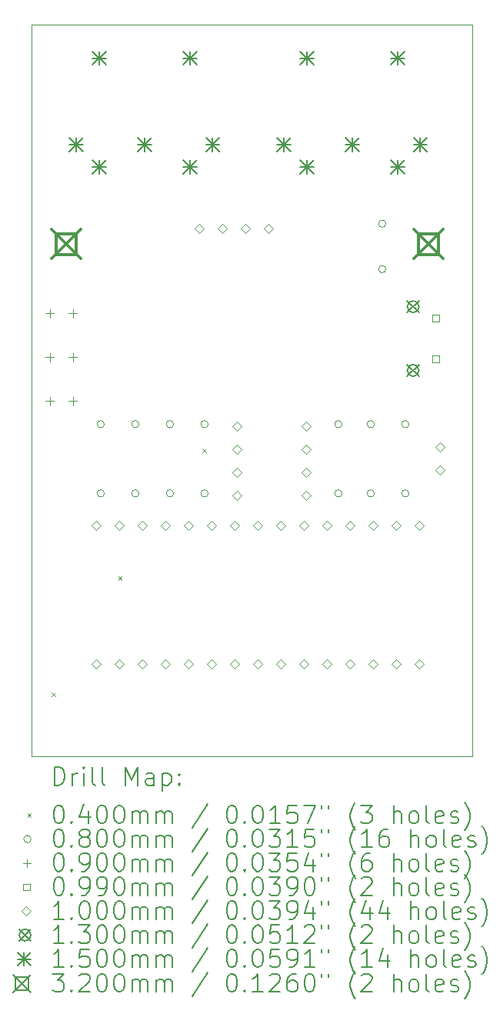
<source format=gbr>
%TF.GenerationSoftware,KiCad,Pcbnew,6.0.11-2627ca5db0~126~ubuntu20.04.1*%
%TF.CreationDate,2024-04-08T20:38:00+02:00*%
%TF.ProjectId,polyTimb64,706f6c79-5469-46d6-9236-342e6b696361,rev?*%
%TF.SameCoordinates,Original*%
%TF.FileFunction,Drillmap*%
%TF.FilePolarity,Positive*%
%FSLAX45Y45*%
G04 Gerber Fmt 4.5, Leading zero omitted, Abs format (unit mm)*
G04 Created by KiCad (PCBNEW 6.0.11-2627ca5db0~126~ubuntu20.04.1) date 2024-04-08 20:38:00*
%MOMM*%
%LPD*%
G01*
G04 APERTURE LIST*
%ADD10C,0.100000*%
%ADD11C,0.200000*%
%ADD12C,0.040000*%
%ADD13C,0.080000*%
%ADD14C,0.090000*%
%ADD15C,0.099000*%
%ADD16C,0.130000*%
%ADD17C,0.150000*%
%ADD18C,0.320000*%
G04 APERTURE END LIST*
D10*
X12954000Y-4902200D02*
X8102600Y-4902200D01*
X12954000Y-12954000D02*
X12954000Y-4902200D01*
X8102600Y-12954000D02*
X12954000Y-12954000D01*
X8102600Y-4902200D02*
X8102600Y-12954000D01*
D11*
D12*
X8327470Y-12249420D02*
X8367470Y-12289420D01*
X8367470Y-12249420D02*
X8327470Y-12289420D01*
X9056500Y-10971170D02*
X9096500Y-11011170D01*
X9096500Y-10971170D02*
X9056500Y-11011170D01*
X9984510Y-9563290D02*
X10024510Y-9603290D01*
X10024510Y-9563290D02*
X9984510Y-9603290D01*
D13*
X8904600Y-9296400D02*
G75*
G03*
X8904600Y-9296400I-40000J0D01*
G01*
X8904600Y-10058400D02*
G75*
G03*
X8904600Y-10058400I-40000J0D01*
G01*
X9285600Y-9296400D02*
G75*
G03*
X9285600Y-9296400I-40000J0D01*
G01*
X9285600Y-10058400D02*
G75*
G03*
X9285600Y-10058400I-40000J0D01*
G01*
X9666600Y-9296400D02*
G75*
G03*
X9666600Y-9296400I-40000J0D01*
G01*
X9666600Y-10058400D02*
G75*
G03*
X9666600Y-10058400I-40000J0D01*
G01*
X10047600Y-9296400D02*
G75*
G03*
X10047600Y-9296400I-40000J0D01*
G01*
X10047600Y-10058400D02*
G75*
G03*
X10047600Y-10058400I-40000J0D01*
G01*
X11520800Y-9296400D02*
G75*
G03*
X11520800Y-9296400I-40000J0D01*
G01*
X11520800Y-10058400D02*
G75*
G03*
X11520800Y-10058400I-40000J0D01*
G01*
X11876400Y-9296400D02*
G75*
G03*
X11876400Y-9296400I-40000J0D01*
G01*
X11876400Y-10058400D02*
G75*
G03*
X11876400Y-10058400I-40000J0D01*
G01*
X12003400Y-7090600D02*
G75*
G03*
X12003400Y-7090600I-40000J0D01*
G01*
X12003400Y-7590600D02*
G75*
G03*
X12003400Y-7590600I-40000J0D01*
G01*
X12257400Y-9296400D02*
G75*
G03*
X12257400Y-9296400I-40000J0D01*
G01*
X12257400Y-10058400D02*
G75*
G03*
X12257400Y-10058400I-40000J0D01*
G01*
D14*
X8304800Y-8514800D02*
X8304800Y-8604800D01*
X8259800Y-8559800D02*
X8349800Y-8559800D01*
X8305300Y-8032200D02*
X8305300Y-8122200D01*
X8260300Y-8077200D02*
X8350300Y-8077200D01*
X8305300Y-8997400D02*
X8305300Y-9087400D01*
X8260300Y-9042400D02*
X8350300Y-9042400D01*
X8558800Y-8514800D02*
X8558800Y-8604800D01*
X8513800Y-8559800D02*
X8603800Y-8559800D01*
X8559300Y-8032200D02*
X8559300Y-8122200D01*
X8514300Y-8077200D02*
X8604300Y-8077200D01*
X8559300Y-8997400D02*
X8559300Y-9087400D01*
X8514300Y-9042400D02*
X8604300Y-9042400D01*
D15*
X12587552Y-8164102D02*
X12587552Y-8094098D01*
X12517548Y-8094098D01*
X12517548Y-8164102D01*
X12587552Y-8164102D01*
X12587552Y-8614102D02*
X12587552Y-8544098D01*
X12517548Y-8544098D01*
X12517548Y-8614102D01*
X12587552Y-8614102D01*
D10*
X8813800Y-10465000D02*
X8863800Y-10415000D01*
X8813800Y-10365000D01*
X8763800Y-10415000D01*
X8813800Y-10465000D01*
X8813800Y-11989000D02*
X8863800Y-11939000D01*
X8813800Y-11889000D01*
X8763800Y-11939000D01*
X8813800Y-11989000D01*
X9067800Y-10465000D02*
X9117800Y-10415000D01*
X9067800Y-10365000D01*
X9017800Y-10415000D01*
X9067800Y-10465000D01*
X9067800Y-11989000D02*
X9117800Y-11939000D01*
X9067800Y-11889000D01*
X9017800Y-11939000D01*
X9067800Y-11989000D01*
X9321800Y-10465000D02*
X9371800Y-10415000D01*
X9321800Y-10365000D01*
X9271800Y-10415000D01*
X9321800Y-10465000D01*
X9321800Y-11989000D02*
X9371800Y-11939000D01*
X9321800Y-11889000D01*
X9271800Y-11939000D01*
X9321800Y-11989000D01*
X9575800Y-10465000D02*
X9625800Y-10415000D01*
X9575800Y-10365000D01*
X9525800Y-10415000D01*
X9575800Y-10465000D01*
X9575800Y-11989000D02*
X9625800Y-11939000D01*
X9575800Y-11889000D01*
X9525800Y-11939000D01*
X9575800Y-11989000D01*
X9829800Y-10465000D02*
X9879800Y-10415000D01*
X9829800Y-10365000D01*
X9779800Y-10415000D01*
X9829800Y-10465000D01*
X9829800Y-11989000D02*
X9879800Y-11939000D01*
X9829800Y-11889000D01*
X9779800Y-11939000D01*
X9829800Y-11989000D01*
X9950400Y-7194200D02*
X10000400Y-7144200D01*
X9950400Y-7094200D01*
X9900400Y-7144200D01*
X9950400Y-7194200D01*
X10083800Y-10465000D02*
X10133800Y-10415000D01*
X10083800Y-10365000D01*
X10033800Y-10415000D01*
X10083800Y-10465000D01*
X10083800Y-11989000D02*
X10133800Y-11939000D01*
X10083800Y-11889000D01*
X10033800Y-11939000D01*
X10083800Y-11989000D01*
X10204400Y-7194200D02*
X10254400Y-7144200D01*
X10204400Y-7094200D01*
X10154400Y-7144200D01*
X10204400Y-7194200D01*
X10337800Y-10465000D02*
X10387800Y-10415000D01*
X10337800Y-10365000D01*
X10287800Y-10415000D01*
X10337800Y-10465000D01*
X10337800Y-11989000D02*
X10387800Y-11939000D01*
X10337800Y-11889000D01*
X10287800Y-11939000D01*
X10337800Y-11989000D01*
X10363200Y-9370800D02*
X10413200Y-9320800D01*
X10363200Y-9270800D01*
X10313200Y-9320800D01*
X10363200Y-9370800D01*
X10363200Y-9624800D02*
X10413200Y-9574800D01*
X10363200Y-9524800D01*
X10313200Y-9574800D01*
X10363200Y-9624800D01*
X10363200Y-9878800D02*
X10413200Y-9828800D01*
X10363200Y-9778800D01*
X10313200Y-9828800D01*
X10363200Y-9878800D01*
X10363200Y-10132800D02*
X10413200Y-10082800D01*
X10363200Y-10032800D01*
X10313200Y-10082800D01*
X10363200Y-10132800D01*
X10458400Y-7194200D02*
X10508400Y-7144200D01*
X10458400Y-7094200D01*
X10408400Y-7144200D01*
X10458400Y-7194200D01*
X10591800Y-10465000D02*
X10641800Y-10415000D01*
X10591800Y-10365000D01*
X10541800Y-10415000D01*
X10591800Y-10465000D01*
X10591800Y-11989000D02*
X10641800Y-11939000D01*
X10591800Y-11889000D01*
X10541800Y-11939000D01*
X10591800Y-11989000D01*
X10712400Y-7194200D02*
X10762400Y-7144200D01*
X10712400Y-7094200D01*
X10662400Y-7144200D01*
X10712400Y-7194200D01*
X10845800Y-10465000D02*
X10895800Y-10415000D01*
X10845800Y-10365000D01*
X10795800Y-10415000D01*
X10845800Y-10465000D01*
X10845800Y-11989000D02*
X10895800Y-11939000D01*
X10845800Y-11889000D01*
X10795800Y-11939000D01*
X10845800Y-11989000D01*
X11099800Y-10465000D02*
X11149800Y-10415000D01*
X11099800Y-10365000D01*
X11049800Y-10415000D01*
X11099800Y-10465000D01*
X11099800Y-11989000D02*
X11149800Y-11939000D01*
X11099800Y-11889000D01*
X11049800Y-11939000D01*
X11099800Y-11989000D01*
X11125200Y-9370800D02*
X11175200Y-9320800D01*
X11125200Y-9270800D01*
X11075200Y-9320800D01*
X11125200Y-9370800D01*
X11125200Y-9624800D02*
X11175200Y-9574800D01*
X11125200Y-9524800D01*
X11075200Y-9574800D01*
X11125200Y-9624800D01*
X11125200Y-9878800D02*
X11175200Y-9828800D01*
X11125200Y-9778800D01*
X11075200Y-9828800D01*
X11125200Y-9878800D01*
X11125200Y-10132800D02*
X11175200Y-10082800D01*
X11125200Y-10032800D01*
X11075200Y-10082800D01*
X11125200Y-10132800D01*
X11353800Y-10465000D02*
X11403800Y-10415000D01*
X11353800Y-10365000D01*
X11303800Y-10415000D01*
X11353800Y-10465000D01*
X11353800Y-11989000D02*
X11403800Y-11939000D01*
X11353800Y-11889000D01*
X11303800Y-11939000D01*
X11353800Y-11989000D01*
X11607800Y-10465000D02*
X11657800Y-10415000D01*
X11607800Y-10365000D01*
X11557800Y-10415000D01*
X11607800Y-10465000D01*
X11607800Y-11989000D02*
X11657800Y-11939000D01*
X11607800Y-11889000D01*
X11557800Y-11939000D01*
X11607800Y-11989000D01*
X11861800Y-10465000D02*
X11911800Y-10415000D01*
X11861800Y-10365000D01*
X11811800Y-10415000D01*
X11861800Y-10465000D01*
X11861800Y-11989000D02*
X11911800Y-11939000D01*
X11861800Y-11889000D01*
X11811800Y-11939000D01*
X11861800Y-11989000D01*
X12115800Y-10465000D02*
X12165800Y-10415000D01*
X12115800Y-10365000D01*
X12065800Y-10415000D01*
X12115800Y-10465000D01*
X12115800Y-11989000D02*
X12165800Y-11939000D01*
X12115800Y-11889000D01*
X12065800Y-11939000D01*
X12115800Y-11989000D01*
X12369800Y-10465000D02*
X12419800Y-10415000D01*
X12369800Y-10365000D01*
X12319800Y-10415000D01*
X12369800Y-10465000D01*
X12369800Y-11989000D02*
X12419800Y-11939000D01*
X12369800Y-11889000D01*
X12319800Y-11939000D01*
X12369800Y-11989000D01*
X12598400Y-9600400D02*
X12648400Y-9550400D01*
X12598400Y-9500400D01*
X12548400Y-9550400D01*
X12598400Y-9600400D01*
X12598400Y-9854400D02*
X12648400Y-9804400D01*
X12598400Y-9754400D01*
X12548400Y-9804400D01*
X12598400Y-9854400D01*
D16*
X12238550Y-7939100D02*
X12368550Y-8069100D01*
X12368550Y-7939100D02*
X12238550Y-8069100D01*
X12368550Y-8004100D02*
G75*
G03*
X12368550Y-8004100I-65000J0D01*
G01*
X12238550Y-8640100D02*
X12368550Y-8770100D01*
X12368550Y-8640100D02*
X12238550Y-8770100D01*
X12368550Y-8705100D02*
G75*
G03*
X12368550Y-8705100I-65000J0D01*
G01*
D17*
X8522200Y-6143200D02*
X8672200Y-6293200D01*
X8672200Y-6143200D02*
X8522200Y-6293200D01*
X8597200Y-6143200D02*
X8597200Y-6293200D01*
X8522200Y-6218200D02*
X8672200Y-6218200D01*
X8772200Y-5193200D02*
X8922200Y-5343200D01*
X8922200Y-5193200D02*
X8772200Y-5343200D01*
X8847200Y-5193200D02*
X8847200Y-5343200D01*
X8772200Y-5268200D02*
X8922200Y-5268200D01*
X8772200Y-6393200D02*
X8922200Y-6543200D01*
X8922200Y-6393200D02*
X8772200Y-6543200D01*
X8847200Y-6393200D02*
X8847200Y-6543200D01*
X8772200Y-6468200D02*
X8922200Y-6468200D01*
X9272200Y-6143200D02*
X9422200Y-6293200D01*
X9422200Y-6143200D02*
X9272200Y-6293200D01*
X9347200Y-6143200D02*
X9347200Y-6293200D01*
X9272200Y-6218200D02*
X9422200Y-6218200D01*
X9772200Y-5193200D02*
X9922200Y-5343200D01*
X9922200Y-5193200D02*
X9772200Y-5343200D01*
X9847200Y-5193200D02*
X9847200Y-5343200D01*
X9772200Y-5268200D02*
X9922200Y-5268200D01*
X9772200Y-6393200D02*
X9922200Y-6543200D01*
X9922200Y-6393200D02*
X9772200Y-6543200D01*
X9847200Y-6393200D02*
X9847200Y-6543200D01*
X9772200Y-6468200D02*
X9922200Y-6468200D01*
X10022200Y-6143200D02*
X10172200Y-6293200D01*
X10172200Y-6143200D02*
X10022200Y-6293200D01*
X10097200Y-6143200D02*
X10097200Y-6293200D01*
X10022200Y-6218200D02*
X10172200Y-6218200D01*
X10808200Y-6143200D02*
X10958200Y-6293200D01*
X10958200Y-6143200D02*
X10808200Y-6293200D01*
X10883200Y-6143200D02*
X10883200Y-6293200D01*
X10808200Y-6218200D02*
X10958200Y-6218200D01*
X11058200Y-5193200D02*
X11208200Y-5343200D01*
X11208200Y-5193200D02*
X11058200Y-5343200D01*
X11133200Y-5193200D02*
X11133200Y-5343200D01*
X11058200Y-5268200D02*
X11208200Y-5268200D01*
X11058200Y-6393200D02*
X11208200Y-6543200D01*
X11208200Y-6393200D02*
X11058200Y-6543200D01*
X11133200Y-6393200D02*
X11133200Y-6543200D01*
X11058200Y-6468200D02*
X11208200Y-6468200D01*
X11558200Y-6143200D02*
X11708200Y-6293200D01*
X11708200Y-6143200D02*
X11558200Y-6293200D01*
X11633200Y-6143200D02*
X11633200Y-6293200D01*
X11558200Y-6218200D02*
X11708200Y-6218200D01*
X12058200Y-5193200D02*
X12208200Y-5343200D01*
X12208200Y-5193200D02*
X12058200Y-5343200D01*
X12133200Y-5193200D02*
X12133200Y-5343200D01*
X12058200Y-5268200D02*
X12208200Y-5268200D01*
X12058200Y-6393200D02*
X12208200Y-6543200D01*
X12208200Y-6393200D02*
X12058200Y-6543200D01*
X12133200Y-6393200D02*
X12133200Y-6543200D01*
X12058200Y-6468200D02*
X12208200Y-6468200D01*
X12308200Y-6143200D02*
X12458200Y-6293200D01*
X12458200Y-6143200D02*
X12308200Y-6293200D01*
X12383200Y-6143200D02*
X12383200Y-6293200D01*
X12308200Y-6218200D02*
X12458200Y-6218200D01*
D18*
X8323600Y-7155200D02*
X8643600Y-7475200D01*
X8643600Y-7155200D02*
X8323600Y-7475200D01*
X8596738Y-7428338D02*
X8596738Y-7202062D01*
X8370462Y-7202062D01*
X8370462Y-7428338D01*
X8596738Y-7428338D01*
X12311400Y-7155200D02*
X12631400Y-7475200D01*
X12631400Y-7155200D02*
X12311400Y-7475200D01*
X12584538Y-7428338D02*
X12584538Y-7202062D01*
X12358262Y-7202062D01*
X12358262Y-7428338D01*
X12584538Y-7428338D01*
D11*
X8355219Y-13269476D02*
X8355219Y-13069476D01*
X8402838Y-13069476D01*
X8431410Y-13079000D01*
X8450457Y-13098048D01*
X8459981Y-13117095D01*
X8469505Y-13155190D01*
X8469505Y-13183762D01*
X8459981Y-13221857D01*
X8450457Y-13240905D01*
X8431410Y-13259952D01*
X8402838Y-13269476D01*
X8355219Y-13269476D01*
X8555219Y-13269476D02*
X8555219Y-13136143D01*
X8555219Y-13174238D02*
X8564743Y-13155190D01*
X8574267Y-13145667D01*
X8593314Y-13136143D01*
X8612362Y-13136143D01*
X8679029Y-13269476D02*
X8679029Y-13136143D01*
X8679029Y-13069476D02*
X8669505Y-13079000D01*
X8679029Y-13088524D01*
X8688552Y-13079000D01*
X8679029Y-13069476D01*
X8679029Y-13088524D01*
X8802838Y-13269476D02*
X8783790Y-13259952D01*
X8774267Y-13240905D01*
X8774267Y-13069476D01*
X8907600Y-13269476D02*
X8888552Y-13259952D01*
X8879029Y-13240905D01*
X8879029Y-13069476D01*
X9136171Y-13269476D02*
X9136171Y-13069476D01*
X9202838Y-13212333D01*
X9269505Y-13069476D01*
X9269505Y-13269476D01*
X9450457Y-13269476D02*
X9450457Y-13164714D01*
X9440933Y-13145667D01*
X9421886Y-13136143D01*
X9383790Y-13136143D01*
X9364743Y-13145667D01*
X9450457Y-13259952D02*
X9431410Y-13269476D01*
X9383790Y-13269476D01*
X9364743Y-13259952D01*
X9355219Y-13240905D01*
X9355219Y-13221857D01*
X9364743Y-13202809D01*
X9383790Y-13193286D01*
X9431410Y-13193286D01*
X9450457Y-13183762D01*
X9545695Y-13136143D02*
X9545695Y-13336143D01*
X9545695Y-13145667D02*
X9564743Y-13136143D01*
X9602838Y-13136143D01*
X9621886Y-13145667D01*
X9631410Y-13155190D01*
X9640933Y-13174238D01*
X9640933Y-13231381D01*
X9631410Y-13250428D01*
X9621886Y-13259952D01*
X9602838Y-13269476D01*
X9564743Y-13269476D01*
X9545695Y-13259952D01*
X9726648Y-13250428D02*
X9736171Y-13259952D01*
X9726648Y-13269476D01*
X9717124Y-13259952D01*
X9726648Y-13250428D01*
X9726648Y-13269476D01*
X9726648Y-13145667D02*
X9736171Y-13155190D01*
X9726648Y-13164714D01*
X9717124Y-13155190D01*
X9726648Y-13145667D01*
X9726648Y-13164714D01*
D12*
X8057600Y-13579000D02*
X8097600Y-13619000D01*
X8097600Y-13579000D02*
X8057600Y-13619000D01*
D11*
X8393314Y-13489476D02*
X8412362Y-13489476D01*
X8431410Y-13499000D01*
X8440933Y-13508524D01*
X8450457Y-13527571D01*
X8459981Y-13565667D01*
X8459981Y-13613286D01*
X8450457Y-13651381D01*
X8440933Y-13670428D01*
X8431410Y-13679952D01*
X8412362Y-13689476D01*
X8393314Y-13689476D01*
X8374267Y-13679952D01*
X8364743Y-13670428D01*
X8355219Y-13651381D01*
X8345695Y-13613286D01*
X8345695Y-13565667D01*
X8355219Y-13527571D01*
X8364743Y-13508524D01*
X8374267Y-13499000D01*
X8393314Y-13489476D01*
X8545695Y-13670428D02*
X8555219Y-13679952D01*
X8545695Y-13689476D01*
X8536171Y-13679952D01*
X8545695Y-13670428D01*
X8545695Y-13689476D01*
X8726648Y-13556143D02*
X8726648Y-13689476D01*
X8679029Y-13479952D02*
X8631410Y-13622809D01*
X8755219Y-13622809D01*
X8869505Y-13489476D02*
X8888552Y-13489476D01*
X8907600Y-13499000D01*
X8917124Y-13508524D01*
X8926648Y-13527571D01*
X8936171Y-13565667D01*
X8936171Y-13613286D01*
X8926648Y-13651381D01*
X8917124Y-13670428D01*
X8907600Y-13679952D01*
X8888552Y-13689476D01*
X8869505Y-13689476D01*
X8850457Y-13679952D01*
X8840933Y-13670428D01*
X8831410Y-13651381D01*
X8821886Y-13613286D01*
X8821886Y-13565667D01*
X8831410Y-13527571D01*
X8840933Y-13508524D01*
X8850457Y-13499000D01*
X8869505Y-13489476D01*
X9059981Y-13489476D02*
X9079029Y-13489476D01*
X9098076Y-13499000D01*
X9107600Y-13508524D01*
X9117124Y-13527571D01*
X9126648Y-13565667D01*
X9126648Y-13613286D01*
X9117124Y-13651381D01*
X9107600Y-13670428D01*
X9098076Y-13679952D01*
X9079029Y-13689476D01*
X9059981Y-13689476D01*
X9040933Y-13679952D01*
X9031410Y-13670428D01*
X9021886Y-13651381D01*
X9012362Y-13613286D01*
X9012362Y-13565667D01*
X9021886Y-13527571D01*
X9031410Y-13508524D01*
X9040933Y-13499000D01*
X9059981Y-13489476D01*
X9212362Y-13689476D02*
X9212362Y-13556143D01*
X9212362Y-13575190D02*
X9221886Y-13565667D01*
X9240933Y-13556143D01*
X9269505Y-13556143D01*
X9288552Y-13565667D01*
X9298076Y-13584714D01*
X9298076Y-13689476D01*
X9298076Y-13584714D02*
X9307600Y-13565667D01*
X9326648Y-13556143D01*
X9355219Y-13556143D01*
X9374267Y-13565667D01*
X9383790Y-13584714D01*
X9383790Y-13689476D01*
X9479029Y-13689476D02*
X9479029Y-13556143D01*
X9479029Y-13575190D02*
X9488552Y-13565667D01*
X9507600Y-13556143D01*
X9536171Y-13556143D01*
X9555219Y-13565667D01*
X9564743Y-13584714D01*
X9564743Y-13689476D01*
X9564743Y-13584714D02*
X9574267Y-13565667D01*
X9593314Y-13556143D01*
X9621886Y-13556143D01*
X9640933Y-13565667D01*
X9650457Y-13584714D01*
X9650457Y-13689476D01*
X10040933Y-13479952D02*
X9869505Y-13737095D01*
X10298076Y-13489476D02*
X10317124Y-13489476D01*
X10336171Y-13499000D01*
X10345695Y-13508524D01*
X10355219Y-13527571D01*
X10364743Y-13565667D01*
X10364743Y-13613286D01*
X10355219Y-13651381D01*
X10345695Y-13670428D01*
X10336171Y-13679952D01*
X10317124Y-13689476D01*
X10298076Y-13689476D01*
X10279029Y-13679952D01*
X10269505Y-13670428D01*
X10259981Y-13651381D01*
X10250457Y-13613286D01*
X10250457Y-13565667D01*
X10259981Y-13527571D01*
X10269505Y-13508524D01*
X10279029Y-13499000D01*
X10298076Y-13489476D01*
X10450457Y-13670428D02*
X10459981Y-13679952D01*
X10450457Y-13689476D01*
X10440933Y-13679952D01*
X10450457Y-13670428D01*
X10450457Y-13689476D01*
X10583790Y-13489476D02*
X10602838Y-13489476D01*
X10621886Y-13499000D01*
X10631410Y-13508524D01*
X10640933Y-13527571D01*
X10650457Y-13565667D01*
X10650457Y-13613286D01*
X10640933Y-13651381D01*
X10631410Y-13670428D01*
X10621886Y-13679952D01*
X10602838Y-13689476D01*
X10583790Y-13689476D01*
X10564743Y-13679952D01*
X10555219Y-13670428D01*
X10545695Y-13651381D01*
X10536171Y-13613286D01*
X10536171Y-13565667D01*
X10545695Y-13527571D01*
X10555219Y-13508524D01*
X10564743Y-13499000D01*
X10583790Y-13489476D01*
X10840933Y-13689476D02*
X10726648Y-13689476D01*
X10783790Y-13689476D02*
X10783790Y-13489476D01*
X10764743Y-13518048D01*
X10745695Y-13537095D01*
X10726648Y-13546619D01*
X11021886Y-13489476D02*
X10926648Y-13489476D01*
X10917124Y-13584714D01*
X10926648Y-13575190D01*
X10945695Y-13565667D01*
X10993314Y-13565667D01*
X11012362Y-13575190D01*
X11021886Y-13584714D01*
X11031410Y-13603762D01*
X11031410Y-13651381D01*
X11021886Y-13670428D01*
X11012362Y-13679952D01*
X10993314Y-13689476D01*
X10945695Y-13689476D01*
X10926648Y-13679952D01*
X10917124Y-13670428D01*
X11098076Y-13489476D02*
X11231409Y-13489476D01*
X11145695Y-13689476D01*
X11298076Y-13489476D02*
X11298076Y-13527571D01*
X11374267Y-13489476D02*
X11374267Y-13527571D01*
X11669505Y-13765667D02*
X11659981Y-13756143D01*
X11640933Y-13727571D01*
X11631409Y-13708524D01*
X11621886Y-13679952D01*
X11612362Y-13632333D01*
X11612362Y-13594238D01*
X11621886Y-13546619D01*
X11631409Y-13518048D01*
X11640933Y-13499000D01*
X11659981Y-13470428D01*
X11669505Y-13460905D01*
X11726648Y-13489476D02*
X11850457Y-13489476D01*
X11783790Y-13565667D01*
X11812362Y-13565667D01*
X11831409Y-13575190D01*
X11840933Y-13584714D01*
X11850457Y-13603762D01*
X11850457Y-13651381D01*
X11840933Y-13670428D01*
X11831409Y-13679952D01*
X11812362Y-13689476D01*
X11755219Y-13689476D01*
X11736171Y-13679952D01*
X11726648Y-13670428D01*
X12088552Y-13689476D02*
X12088552Y-13489476D01*
X12174267Y-13689476D02*
X12174267Y-13584714D01*
X12164743Y-13565667D01*
X12145695Y-13556143D01*
X12117124Y-13556143D01*
X12098076Y-13565667D01*
X12088552Y-13575190D01*
X12298076Y-13689476D02*
X12279028Y-13679952D01*
X12269505Y-13670428D01*
X12259981Y-13651381D01*
X12259981Y-13594238D01*
X12269505Y-13575190D01*
X12279028Y-13565667D01*
X12298076Y-13556143D01*
X12326648Y-13556143D01*
X12345695Y-13565667D01*
X12355219Y-13575190D01*
X12364743Y-13594238D01*
X12364743Y-13651381D01*
X12355219Y-13670428D01*
X12345695Y-13679952D01*
X12326648Y-13689476D01*
X12298076Y-13689476D01*
X12479028Y-13689476D02*
X12459981Y-13679952D01*
X12450457Y-13660905D01*
X12450457Y-13489476D01*
X12631409Y-13679952D02*
X12612362Y-13689476D01*
X12574267Y-13689476D01*
X12555219Y-13679952D01*
X12545695Y-13660905D01*
X12545695Y-13584714D01*
X12555219Y-13565667D01*
X12574267Y-13556143D01*
X12612362Y-13556143D01*
X12631409Y-13565667D01*
X12640933Y-13584714D01*
X12640933Y-13603762D01*
X12545695Y-13622809D01*
X12717124Y-13679952D02*
X12736171Y-13689476D01*
X12774267Y-13689476D01*
X12793314Y-13679952D01*
X12802838Y-13660905D01*
X12802838Y-13651381D01*
X12793314Y-13632333D01*
X12774267Y-13622809D01*
X12745695Y-13622809D01*
X12726648Y-13613286D01*
X12717124Y-13594238D01*
X12717124Y-13584714D01*
X12726648Y-13565667D01*
X12745695Y-13556143D01*
X12774267Y-13556143D01*
X12793314Y-13565667D01*
X12869505Y-13765667D02*
X12879028Y-13756143D01*
X12898076Y-13727571D01*
X12907600Y-13708524D01*
X12917124Y-13679952D01*
X12926648Y-13632333D01*
X12926648Y-13594238D01*
X12917124Y-13546619D01*
X12907600Y-13518048D01*
X12898076Y-13499000D01*
X12879028Y-13470428D01*
X12869505Y-13460905D01*
D13*
X8097600Y-13863000D02*
G75*
G03*
X8097600Y-13863000I-40000J0D01*
G01*
D11*
X8393314Y-13753476D02*
X8412362Y-13753476D01*
X8431410Y-13763000D01*
X8440933Y-13772524D01*
X8450457Y-13791571D01*
X8459981Y-13829667D01*
X8459981Y-13877286D01*
X8450457Y-13915381D01*
X8440933Y-13934428D01*
X8431410Y-13943952D01*
X8412362Y-13953476D01*
X8393314Y-13953476D01*
X8374267Y-13943952D01*
X8364743Y-13934428D01*
X8355219Y-13915381D01*
X8345695Y-13877286D01*
X8345695Y-13829667D01*
X8355219Y-13791571D01*
X8364743Y-13772524D01*
X8374267Y-13763000D01*
X8393314Y-13753476D01*
X8545695Y-13934428D02*
X8555219Y-13943952D01*
X8545695Y-13953476D01*
X8536171Y-13943952D01*
X8545695Y-13934428D01*
X8545695Y-13953476D01*
X8669505Y-13839190D02*
X8650457Y-13829667D01*
X8640933Y-13820143D01*
X8631410Y-13801095D01*
X8631410Y-13791571D01*
X8640933Y-13772524D01*
X8650457Y-13763000D01*
X8669505Y-13753476D01*
X8707600Y-13753476D01*
X8726648Y-13763000D01*
X8736171Y-13772524D01*
X8745695Y-13791571D01*
X8745695Y-13801095D01*
X8736171Y-13820143D01*
X8726648Y-13829667D01*
X8707600Y-13839190D01*
X8669505Y-13839190D01*
X8650457Y-13848714D01*
X8640933Y-13858238D01*
X8631410Y-13877286D01*
X8631410Y-13915381D01*
X8640933Y-13934428D01*
X8650457Y-13943952D01*
X8669505Y-13953476D01*
X8707600Y-13953476D01*
X8726648Y-13943952D01*
X8736171Y-13934428D01*
X8745695Y-13915381D01*
X8745695Y-13877286D01*
X8736171Y-13858238D01*
X8726648Y-13848714D01*
X8707600Y-13839190D01*
X8869505Y-13753476D02*
X8888552Y-13753476D01*
X8907600Y-13763000D01*
X8917124Y-13772524D01*
X8926648Y-13791571D01*
X8936171Y-13829667D01*
X8936171Y-13877286D01*
X8926648Y-13915381D01*
X8917124Y-13934428D01*
X8907600Y-13943952D01*
X8888552Y-13953476D01*
X8869505Y-13953476D01*
X8850457Y-13943952D01*
X8840933Y-13934428D01*
X8831410Y-13915381D01*
X8821886Y-13877286D01*
X8821886Y-13829667D01*
X8831410Y-13791571D01*
X8840933Y-13772524D01*
X8850457Y-13763000D01*
X8869505Y-13753476D01*
X9059981Y-13753476D02*
X9079029Y-13753476D01*
X9098076Y-13763000D01*
X9107600Y-13772524D01*
X9117124Y-13791571D01*
X9126648Y-13829667D01*
X9126648Y-13877286D01*
X9117124Y-13915381D01*
X9107600Y-13934428D01*
X9098076Y-13943952D01*
X9079029Y-13953476D01*
X9059981Y-13953476D01*
X9040933Y-13943952D01*
X9031410Y-13934428D01*
X9021886Y-13915381D01*
X9012362Y-13877286D01*
X9012362Y-13829667D01*
X9021886Y-13791571D01*
X9031410Y-13772524D01*
X9040933Y-13763000D01*
X9059981Y-13753476D01*
X9212362Y-13953476D02*
X9212362Y-13820143D01*
X9212362Y-13839190D02*
X9221886Y-13829667D01*
X9240933Y-13820143D01*
X9269505Y-13820143D01*
X9288552Y-13829667D01*
X9298076Y-13848714D01*
X9298076Y-13953476D01*
X9298076Y-13848714D02*
X9307600Y-13829667D01*
X9326648Y-13820143D01*
X9355219Y-13820143D01*
X9374267Y-13829667D01*
X9383790Y-13848714D01*
X9383790Y-13953476D01*
X9479029Y-13953476D02*
X9479029Y-13820143D01*
X9479029Y-13839190D02*
X9488552Y-13829667D01*
X9507600Y-13820143D01*
X9536171Y-13820143D01*
X9555219Y-13829667D01*
X9564743Y-13848714D01*
X9564743Y-13953476D01*
X9564743Y-13848714D02*
X9574267Y-13829667D01*
X9593314Y-13820143D01*
X9621886Y-13820143D01*
X9640933Y-13829667D01*
X9650457Y-13848714D01*
X9650457Y-13953476D01*
X10040933Y-13743952D02*
X9869505Y-14001095D01*
X10298076Y-13753476D02*
X10317124Y-13753476D01*
X10336171Y-13763000D01*
X10345695Y-13772524D01*
X10355219Y-13791571D01*
X10364743Y-13829667D01*
X10364743Y-13877286D01*
X10355219Y-13915381D01*
X10345695Y-13934428D01*
X10336171Y-13943952D01*
X10317124Y-13953476D01*
X10298076Y-13953476D01*
X10279029Y-13943952D01*
X10269505Y-13934428D01*
X10259981Y-13915381D01*
X10250457Y-13877286D01*
X10250457Y-13829667D01*
X10259981Y-13791571D01*
X10269505Y-13772524D01*
X10279029Y-13763000D01*
X10298076Y-13753476D01*
X10450457Y-13934428D02*
X10459981Y-13943952D01*
X10450457Y-13953476D01*
X10440933Y-13943952D01*
X10450457Y-13934428D01*
X10450457Y-13953476D01*
X10583790Y-13753476D02*
X10602838Y-13753476D01*
X10621886Y-13763000D01*
X10631410Y-13772524D01*
X10640933Y-13791571D01*
X10650457Y-13829667D01*
X10650457Y-13877286D01*
X10640933Y-13915381D01*
X10631410Y-13934428D01*
X10621886Y-13943952D01*
X10602838Y-13953476D01*
X10583790Y-13953476D01*
X10564743Y-13943952D01*
X10555219Y-13934428D01*
X10545695Y-13915381D01*
X10536171Y-13877286D01*
X10536171Y-13829667D01*
X10545695Y-13791571D01*
X10555219Y-13772524D01*
X10564743Y-13763000D01*
X10583790Y-13753476D01*
X10717124Y-13753476D02*
X10840933Y-13753476D01*
X10774267Y-13829667D01*
X10802838Y-13829667D01*
X10821886Y-13839190D01*
X10831410Y-13848714D01*
X10840933Y-13867762D01*
X10840933Y-13915381D01*
X10831410Y-13934428D01*
X10821886Y-13943952D01*
X10802838Y-13953476D01*
X10745695Y-13953476D01*
X10726648Y-13943952D01*
X10717124Y-13934428D01*
X11031410Y-13953476D02*
X10917124Y-13953476D01*
X10974267Y-13953476D02*
X10974267Y-13753476D01*
X10955219Y-13782048D01*
X10936171Y-13801095D01*
X10917124Y-13810619D01*
X11212362Y-13753476D02*
X11117124Y-13753476D01*
X11107600Y-13848714D01*
X11117124Y-13839190D01*
X11136171Y-13829667D01*
X11183790Y-13829667D01*
X11202838Y-13839190D01*
X11212362Y-13848714D01*
X11221886Y-13867762D01*
X11221886Y-13915381D01*
X11212362Y-13934428D01*
X11202838Y-13943952D01*
X11183790Y-13953476D01*
X11136171Y-13953476D01*
X11117124Y-13943952D01*
X11107600Y-13934428D01*
X11298076Y-13753476D02*
X11298076Y-13791571D01*
X11374267Y-13753476D02*
X11374267Y-13791571D01*
X11669505Y-14029667D02*
X11659981Y-14020143D01*
X11640933Y-13991571D01*
X11631409Y-13972524D01*
X11621886Y-13943952D01*
X11612362Y-13896333D01*
X11612362Y-13858238D01*
X11621886Y-13810619D01*
X11631409Y-13782048D01*
X11640933Y-13763000D01*
X11659981Y-13734428D01*
X11669505Y-13724905D01*
X11850457Y-13953476D02*
X11736171Y-13953476D01*
X11793314Y-13953476D02*
X11793314Y-13753476D01*
X11774267Y-13782048D01*
X11755219Y-13801095D01*
X11736171Y-13810619D01*
X12021886Y-13753476D02*
X11983790Y-13753476D01*
X11964743Y-13763000D01*
X11955219Y-13772524D01*
X11936171Y-13801095D01*
X11926648Y-13839190D01*
X11926648Y-13915381D01*
X11936171Y-13934428D01*
X11945695Y-13943952D01*
X11964743Y-13953476D01*
X12002838Y-13953476D01*
X12021886Y-13943952D01*
X12031409Y-13934428D01*
X12040933Y-13915381D01*
X12040933Y-13867762D01*
X12031409Y-13848714D01*
X12021886Y-13839190D01*
X12002838Y-13829667D01*
X11964743Y-13829667D01*
X11945695Y-13839190D01*
X11936171Y-13848714D01*
X11926648Y-13867762D01*
X12279028Y-13953476D02*
X12279028Y-13753476D01*
X12364743Y-13953476D02*
X12364743Y-13848714D01*
X12355219Y-13829667D01*
X12336171Y-13820143D01*
X12307600Y-13820143D01*
X12288552Y-13829667D01*
X12279028Y-13839190D01*
X12488552Y-13953476D02*
X12469505Y-13943952D01*
X12459981Y-13934428D01*
X12450457Y-13915381D01*
X12450457Y-13858238D01*
X12459981Y-13839190D01*
X12469505Y-13829667D01*
X12488552Y-13820143D01*
X12517124Y-13820143D01*
X12536171Y-13829667D01*
X12545695Y-13839190D01*
X12555219Y-13858238D01*
X12555219Y-13915381D01*
X12545695Y-13934428D01*
X12536171Y-13943952D01*
X12517124Y-13953476D01*
X12488552Y-13953476D01*
X12669505Y-13953476D02*
X12650457Y-13943952D01*
X12640933Y-13924905D01*
X12640933Y-13753476D01*
X12821886Y-13943952D02*
X12802838Y-13953476D01*
X12764743Y-13953476D01*
X12745695Y-13943952D01*
X12736171Y-13924905D01*
X12736171Y-13848714D01*
X12745695Y-13829667D01*
X12764743Y-13820143D01*
X12802838Y-13820143D01*
X12821886Y-13829667D01*
X12831409Y-13848714D01*
X12831409Y-13867762D01*
X12736171Y-13886809D01*
X12907600Y-13943952D02*
X12926648Y-13953476D01*
X12964743Y-13953476D01*
X12983790Y-13943952D01*
X12993314Y-13924905D01*
X12993314Y-13915381D01*
X12983790Y-13896333D01*
X12964743Y-13886809D01*
X12936171Y-13886809D01*
X12917124Y-13877286D01*
X12907600Y-13858238D01*
X12907600Y-13848714D01*
X12917124Y-13829667D01*
X12936171Y-13820143D01*
X12964743Y-13820143D01*
X12983790Y-13829667D01*
X13059981Y-14029667D02*
X13069505Y-14020143D01*
X13088552Y-13991571D01*
X13098076Y-13972524D01*
X13107600Y-13943952D01*
X13117124Y-13896333D01*
X13117124Y-13858238D01*
X13107600Y-13810619D01*
X13098076Y-13782048D01*
X13088552Y-13763000D01*
X13069505Y-13734428D01*
X13059981Y-13724905D01*
D14*
X8052600Y-14082000D02*
X8052600Y-14172000D01*
X8007600Y-14127000D02*
X8097600Y-14127000D01*
D11*
X8393314Y-14017476D02*
X8412362Y-14017476D01*
X8431410Y-14027000D01*
X8440933Y-14036524D01*
X8450457Y-14055571D01*
X8459981Y-14093667D01*
X8459981Y-14141286D01*
X8450457Y-14179381D01*
X8440933Y-14198428D01*
X8431410Y-14207952D01*
X8412362Y-14217476D01*
X8393314Y-14217476D01*
X8374267Y-14207952D01*
X8364743Y-14198428D01*
X8355219Y-14179381D01*
X8345695Y-14141286D01*
X8345695Y-14093667D01*
X8355219Y-14055571D01*
X8364743Y-14036524D01*
X8374267Y-14027000D01*
X8393314Y-14017476D01*
X8545695Y-14198428D02*
X8555219Y-14207952D01*
X8545695Y-14217476D01*
X8536171Y-14207952D01*
X8545695Y-14198428D01*
X8545695Y-14217476D01*
X8650457Y-14217476D02*
X8688552Y-14217476D01*
X8707600Y-14207952D01*
X8717124Y-14198428D01*
X8736171Y-14169857D01*
X8745695Y-14131762D01*
X8745695Y-14055571D01*
X8736171Y-14036524D01*
X8726648Y-14027000D01*
X8707600Y-14017476D01*
X8669505Y-14017476D01*
X8650457Y-14027000D01*
X8640933Y-14036524D01*
X8631410Y-14055571D01*
X8631410Y-14103190D01*
X8640933Y-14122238D01*
X8650457Y-14131762D01*
X8669505Y-14141286D01*
X8707600Y-14141286D01*
X8726648Y-14131762D01*
X8736171Y-14122238D01*
X8745695Y-14103190D01*
X8869505Y-14017476D02*
X8888552Y-14017476D01*
X8907600Y-14027000D01*
X8917124Y-14036524D01*
X8926648Y-14055571D01*
X8936171Y-14093667D01*
X8936171Y-14141286D01*
X8926648Y-14179381D01*
X8917124Y-14198428D01*
X8907600Y-14207952D01*
X8888552Y-14217476D01*
X8869505Y-14217476D01*
X8850457Y-14207952D01*
X8840933Y-14198428D01*
X8831410Y-14179381D01*
X8821886Y-14141286D01*
X8821886Y-14093667D01*
X8831410Y-14055571D01*
X8840933Y-14036524D01*
X8850457Y-14027000D01*
X8869505Y-14017476D01*
X9059981Y-14017476D02*
X9079029Y-14017476D01*
X9098076Y-14027000D01*
X9107600Y-14036524D01*
X9117124Y-14055571D01*
X9126648Y-14093667D01*
X9126648Y-14141286D01*
X9117124Y-14179381D01*
X9107600Y-14198428D01*
X9098076Y-14207952D01*
X9079029Y-14217476D01*
X9059981Y-14217476D01*
X9040933Y-14207952D01*
X9031410Y-14198428D01*
X9021886Y-14179381D01*
X9012362Y-14141286D01*
X9012362Y-14093667D01*
X9021886Y-14055571D01*
X9031410Y-14036524D01*
X9040933Y-14027000D01*
X9059981Y-14017476D01*
X9212362Y-14217476D02*
X9212362Y-14084143D01*
X9212362Y-14103190D02*
X9221886Y-14093667D01*
X9240933Y-14084143D01*
X9269505Y-14084143D01*
X9288552Y-14093667D01*
X9298076Y-14112714D01*
X9298076Y-14217476D01*
X9298076Y-14112714D02*
X9307600Y-14093667D01*
X9326648Y-14084143D01*
X9355219Y-14084143D01*
X9374267Y-14093667D01*
X9383790Y-14112714D01*
X9383790Y-14217476D01*
X9479029Y-14217476D02*
X9479029Y-14084143D01*
X9479029Y-14103190D02*
X9488552Y-14093667D01*
X9507600Y-14084143D01*
X9536171Y-14084143D01*
X9555219Y-14093667D01*
X9564743Y-14112714D01*
X9564743Y-14217476D01*
X9564743Y-14112714D02*
X9574267Y-14093667D01*
X9593314Y-14084143D01*
X9621886Y-14084143D01*
X9640933Y-14093667D01*
X9650457Y-14112714D01*
X9650457Y-14217476D01*
X10040933Y-14007952D02*
X9869505Y-14265095D01*
X10298076Y-14017476D02*
X10317124Y-14017476D01*
X10336171Y-14027000D01*
X10345695Y-14036524D01*
X10355219Y-14055571D01*
X10364743Y-14093667D01*
X10364743Y-14141286D01*
X10355219Y-14179381D01*
X10345695Y-14198428D01*
X10336171Y-14207952D01*
X10317124Y-14217476D01*
X10298076Y-14217476D01*
X10279029Y-14207952D01*
X10269505Y-14198428D01*
X10259981Y-14179381D01*
X10250457Y-14141286D01*
X10250457Y-14093667D01*
X10259981Y-14055571D01*
X10269505Y-14036524D01*
X10279029Y-14027000D01*
X10298076Y-14017476D01*
X10450457Y-14198428D02*
X10459981Y-14207952D01*
X10450457Y-14217476D01*
X10440933Y-14207952D01*
X10450457Y-14198428D01*
X10450457Y-14217476D01*
X10583790Y-14017476D02*
X10602838Y-14017476D01*
X10621886Y-14027000D01*
X10631410Y-14036524D01*
X10640933Y-14055571D01*
X10650457Y-14093667D01*
X10650457Y-14141286D01*
X10640933Y-14179381D01*
X10631410Y-14198428D01*
X10621886Y-14207952D01*
X10602838Y-14217476D01*
X10583790Y-14217476D01*
X10564743Y-14207952D01*
X10555219Y-14198428D01*
X10545695Y-14179381D01*
X10536171Y-14141286D01*
X10536171Y-14093667D01*
X10545695Y-14055571D01*
X10555219Y-14036524D01*
X10564743Y-14027000D01*
X10583790Y-14017476D01*
X10717124Y-14017476D02*
X10840933Y-14017476D01*
X10774267Y-14093667D01*
X10802838Y-14093667D01*
X10821886Y-14103190D01*
X10831410Y-14112714D01*
X10840933Y-14131762D01*
X10840933Y-14179381D01*
X10831410Y-14198428D01*
X10821886Y-14207952D01*
X10802838Y-14217476D01*
X10745695Y-14217476D01*
X10726648Y-14207952D01*
X10717124Y-14198428D01*
X11021886Y-14017476D02*
X10926648Y-14017476D01*
X10917124Y-14112714D01*
X10926648Y-14103190D01*
X10945695Y-14093667D01*
X10993314Y-14093667D01*
X11012362Y-14103190D01*
X11021886Y-14112714D01*
X11031410Y-14131762D01*
X11031410Y-14179381D01*
X11021886Y-14198428D01*
X11012362Y-14207952D01*
X10993314Y-14217476D01*
X10945695Y-14217476D01*
X10926648Y-14207952D01*
X10917124Y-14198428D01*
X11202838Y-14084143D02*
X11202838Y-14217476D01*
X11155219Y-14007952D02*
X11107600Y-14150809D01*
X11231409Y-14150809D01*
X11298076Y-14017476D02*
X11298076Y-14055571D01*
X11374267Y-14017476D02*
X11374267Y-14055571D01*
X11669505Y-14293667D02*
X11659981Y-14284143D01*
X11640933Y-14255571D01*
X11631409Y-14236524D01*
X11621886Y-14207952D01*
X11612362Y-14160333D01*
X11612362Y-14122238D01*
X11621886Y-14074619D01*
X11631409Y-14046048D01*
X11640933Y-14027000D01*
X11659981Y-13998428D01*
X11669505Y-13988905D01*
X11831409Y-14017476D02*
X11793314Y-14017476D01*
X11774267Y-14027000D01*
X11764743Y-14036524D01*
X11745695Y-14065095D01*
X11736171Y-14103190D01*
X11736171Y-14179381D01*
X11745695Y-14198428D01*
X11755219Y-14207952D01*
X11774267Y-14217476D01*
X11812362Y-14217476D01*
X11831409Y-14207952D01*
X11840933Y-14198428D01*
X11850457Y-14179381D01*
X11850457Y-14131762D01*
X11840933Y-14112714D01*
X11831409Y-14103190D01*
X11812362Y-14093667D01*
X11774267Y-14093667D01*
X11755219Y-14103190D01*
X11745695Y-14112714D01*
X11736171Y-14131762D01*
X12088552Y-14217476D02*
X12088552Y-14017476D01*
X12174267Y-14217476D02*
X12174267Y-14112714D01*
X12164743Y-14093667D01*
X12145695Y-14084143D01*
X12117124Y-14084143D01*
X12098076Y-14093667D01*
X12088552Y-14103190D01*
X12298076Y-14217476D02*
X12279028Y-14207952D01*
X12269505Y-14198428D01*
X12259981Y-14179381D01*
X12259981Y-14122238D01*
X12269505Y-14103190D01*
X12279028Y-14093667D01*
X12298076Y-14084143D01*
X12326648Y-14084143D01*
X12345695Y-14093667D01*
X12355219Y-14103190D01*
X12364743Y-14122238D01*
X12364743Y-14179381D01*
X12355219Y-14198428D01*
X12345695Y-14207952D01*
X12326648Y-14217476D01*
X12298076Y-14217476D01*
X12479028Y-14217476D02*
X12459981Y-14207952D01*
X12450457Y-14188905D01*
X12450457Y-14017476D01*
X12631409Y-14207952D02*
X12612362Y-14217476D01*
X12574267Y-14217476D01*
X12555219Y-14207952D01*
X12545695Y-14188905D01*
X12545695Y-14112714D01*
X12555219Y-14093667D01*
X12574267Y-14084143D01*
X12612362Y-14084143D01*
X12631409Y-14093667D01*
X12640933Y-14112714D01*
X12640933Y-14131762D01*
X12545695Y-14150809D01*
X12717124Y-14207952D02*
X12736171Y-14217476D01*
X12774267Y-14217476D01*
X12793314Y-14207952D01*
X12802838Y-14188905D01*
X12802838Y-14179381D01*
X12793314Y-14160333D01*
X12774267Y-14150809D01*
X12745695Y-14150809D01*
X12726648Y-14141286D01*
X12717124Y-14122238D01*
X12717124Y-14112714D01*
X12726648Y-14093667D01*
X12745695Y-14084143D01*
X12774267Y-14084143D01*
X12793314Y-14093667D01*
X12869505Y-14293667D02*
X12879028Y-14284143D01*
X12898076Y-14255571D01*
X12907600Y-14236524D01*
X12917124Y-14207952D01*
X12926648Y-14160333D01*
X12926648Y-14122238D01*
X12917124Y-14074619D01*
X12907600Y-14046048D01*
X12898076Y-14027000D01*
X12879028Y-13998428D01*
X12869505Y-13988905D01*
D15*
X8083102Y-14426002D02*
X8083102Y-14355998D01*
X8013098Y-14355998D01*
X8013098Y-14426002D01*
X8083102Y-14426002D01*
D11*
X8393314Y-14281476D02*
X8412362Y-14281476D01*
X8431410Y-14291000D01*
X8440933Y-14300524D01*
X8450457Y-14319571D01*
X8459981Y-14357667D01*
X8459981Y-14405286D01*
X8450457Y-14443381D01*
X8440933Y-14462428D01*
X8431410Y-14471952D01*
X8412362Y-14481476D01*
X8393314Y-14481476D01*
X8374267Y-14471952D01*
X8364743Y-14462428D01*
X8355219Y-14443381D01*
X8345695Y-14405286D01*
X8345695Y-14357667D01*
X8355219Y-14319571D01*
X8364743Y-14300524D01*
X8374267Y-14291000D01*
X8393314Y-14281476D01*
X8545695Y-14462428D02*
X8555219Y-14471952D01*
X8545695Y-14481476D01*
X8536171Y-14471952D01*
X8545695Y-14462428D01*
X8545695Y-14481476D01*
X8650457Y-14481476D02*
X8688552Y-14481476D01*
X8707600Y-14471952D01*
X8717124Y-14462428D01*
X8736171Y-14433857D01*
X8745695Y-14395762D01*
X8745695Y-14319571D01*
X8736171Y-14300524D01*
X8726648Y-14291000D01*
X8707600Y-14281476D01*
X8669505Y-14281476D01*
X8650457Y-14291000D01*
X8640933Y-14300524D01*
X8631410Y-14319571D01*
X8631410Y-14367190D01*
X8640933Y-14386238D01*
X8650457Y-14395762D01*
X8669505Y-14405286D01*
X8707600Y-14405286D01*
X8726648Y-14395762D01*
X8736171Y-14386238D01*
X8745695Y-14367190D01*
X8840933Y-14481476D02*
X8879029Y-14481476D01*
X8898076Y-14471952D01*
X8907600Y-14462428D01*
X8926648Y-14433857D01*
X8936171Y-14395762D01*
X8936171Y-14319571D01*
X8926648Y-14300524D01*
X8917124Y-14291000D01*
X8898076Y-14281476D01*
X8859981Y-14281476D01*
X8840933Y-14291000D01*
X8831410Y-14300524D01*
X8821886Y-14319571D01*
X8821886Y-14367190D01*
X8831410Y-14386238D01*
X8840933Y-14395762D01*
X8859981Y-14405286D01*
X8898076Y-14405286D01*
X8917124Y-14395762D01*
X8926648Y-14386238D01*
X8936171Y-14367190D01*
X9059981Y-14281476D02*
X9079029Y-14281476D01*
X9098076Y-14291000D01*
X9107600Y-14300524D01*
X9117124Y-14319571D01*
X9126648Y-14357667D01*
X9126648Y-14405286D01*
X9117124Y-14443381D01*
X9107600Y-14462428D01*
X9098076Y-14471952D01*
X9079029Y-14481476D01*
X9059981Y-14481476D01*
X9040933Y-14471952D01*
X9031410Y-14462428D01*
X9021886Y-14443381D01*
X9012362Y-14405286D01*
X9012362Y-14357667D01*
X9021886Y-14319571D01*
X9031410Y-14300524D01*
X9040933Y-14291000D01*
X9059981Y-14281476D01*
X9212362Y-14481476D02*
X9212362Y-14348143D01*
X9212362Y-14367190D02*
X9221886Y-14357667D01*
X9240933Y-14348143D01*
X9269505Y-14348143D01*
X9288552Y-14357667D01*
X9298076Y-14376714D01*
X9298076Y-14481476D01*
X9298076Y-14376714D02*
X9307600Y-14357667D01*
X9326648Y-14348143D01*
X9355219Y-14348143D01*
X9374267Y-14357667D01*
X9383790Y-14376714D01*
X9383790Y-14481476D01*
X9479029Y-14481476D02*
X9479029Y-14348143D01*
X9479029Y-14367190D02*
X9488552Y-14357667D01*
X9507600Y-14348143D01*
X9536171Y-14348143D01*
X9555219Y-14357667D01*
X9564743Y-14376714D01*
X9564743Y-14481476D01*
X9564743Y-14376714D02*
X9574267Y-14357667D01*
X9593314Y-14348143D01*
X9621886Y-14348143D01*
X9640933Y-14357667D01*
X9650457Y-14376714D01*
X9650457Y-14481476D01*
X10040933Y-14271952D02*
X9869505Y-14529095D01*
X10298076Y-14281476D02*
X10317124Y-14281476D01*
X10336171Y-14291000D01*
X10345695Y-14300524D01*
X10355219Y-14319571D01*
X10364743Y-14357667D01*
X10364743Y-14405286D01*
X10355219Y-14443381D01*
X10345695Y-14462428D01*
X10336171Y-14471952D01*
X10317124Y-14481476D01*
X10298076Y-14481476D01*
X10279029Y-14471952D01*
X10269505Y-14462428D01*
X10259981Y-14443381D01*
X10250457Y-14405286D01*
X10250457Y-14357667D01*
X10259981Y-14319571D01*
X10269505Y-14300524D01*
X10279029Y-14291000D01*
X10298076Y-14281476D01*
X10450457Y-14462428D02*
X10459981Y-14471952D01*
X10450457Y-14481476D01*
X10440933Y-14471952D01*
X10450457Y-14462428D01*
X10450457Y-14481476D01*
X10583790Y-14281476D02*
X10602838Y-14281476D01*
X10621886Y-14291000D01*
X10631410Y-14300524D01*
X10640933Y-14319571D01*
X10650457Y-14357667D01*
X10650457Y-14405286D01*
X10640933Y-14443381D01*
X10631410Y-14462428D01*
X10621886Y-14471952D01*
X10602838Y-14481476D01*
X10583790Y-14481476D01*
X10564743Y-14471952D01*
X10555219Y-14462428D01*
X10545695Y-14443381D01*
X10536171Y-14405286D01*
X10536171Y-14357667D01*
X10545695Y-14319571D01*
X10555219Y-14300524D01*
X10564743Y-14291000D01*
X10583790Y-14281476D01*
X10717124Y-14281476D02*
X10840933Y-14281476D01*
X10774267Y-14357667D01*
X10802838Y-14357667D01*
X10821886Y-14367190D01*
X10831410Y-14376714D01*
X10840933Y-14395762D01*
X10840933Y-14443381D01*
X10831410Y-14462428D01*
X10821886Y-14471952D01*
X10802838Y-14481476D01*
X10745695Y-14481476D01*
X10726648Y-14471952D01*
X10717124Y-14462428D01*
X10936171Y-14481476D02*
X10974267Y-14481476D01*
X10993314Y-14471952D01*
X11002838Y-14462428D01*
X11021886Y-14433857D01*
X11031410Y-14395762D01*
X11031410Y-14319571D01*
X11021886Y-14300524D01*
X11012362Y-14291000D01*
X10993314Y-14281476D01*
X10955219Y-14281476D01*
X10936171Y-14291000D01*
X10926648Y-14300524D01*
X10917124Y-14319571D01*
X10917124Y-14367190D01*
X10926648Y-14386238D01*
X10936171Y-14395762D01*
X10955219Y-14405286D01*
X10993314Y-14405286D01*
X11012362Y-14395762D01*
X11021886Y-14386238D01*
X11031410Y-14367190D01*
X11155219Y-14281476D02*
X11174267Y-14281476D01*
X11193314Y-14291000D01*
X11202838Y-14300524D01*
X11212362Y-14319571D01*
X11221886Y-14357667D01*
X11221886Y-14405286D01*
X11212362Y-14443381D01*
X11202838Y-14462428D01*
X11193314Y-14471952D01*
X11174267Y-14481476D01*
X11155219Y-14481476D01*
X11136171Y-14471952D01*
X11126648Y-14462428D01*
X11117124Y-14443381D01*
X11107600Y-14405286D01*
X11107600Y-14357667D01*
X11117124Y-14319571D01*
X11126648Y-14300524D01*
X11136171Y-14291000D01*
X11155219Y-14281476D01*
X11298076Y-14281476D02*
X11298076Y-14319571D01*
X11374267Y-14281476D02*
X11374267Y-14319571D01*
X11669505Y-14557667D02*
X11659981Y-14548143D01*
X11640933Y-14519571D01*
X11631409Y-14500524D01*
X11621886Y-14471952D01*
X11612362Y-14424333D01*
X11612362Y-14386238D01*
X11621886Y-14338619D01*
X11631409Y-14310048D01*
X11640933Y-14291000D01*
X11659981Y-14262428D01*
X11669505Y-14252905D01*
X11736171Y-14300524D02*
X11745695Y-14291000D01*
X11764743Y-14281476D01*
X11812362Y-14281476D01*
X11831409Y-14291000D01*
X11840933Y-14300524D01*
X11850457Y-14319571D01*
X11850457Y-14338619D01*
X11840933Y-14367190D01*
X11726648Y-14481476D01*
X11850457Y-14481476D01*
X12088552Y-14481476D02*
X12088552Y-14281476D01*
X12174267Y-14481476D02*
X12174267Y-14376714D01*
X12164743Y-14357667D01*
X12145695Y-14348143D01*
X12117124Y-14348143D01*
X12098076Y-14357667D01*
X12088552Y-14367190D01*
X12298076Y-14481476D02*
X12279028Y-14471952D01*
X12269505Y-14462428D01*
X12259981Y-14443381D01*
X12259981Y-14386238D01*
X12269505Y-14367190D01*
X12279028Y-14357667D01*
X12298076Y-14348143D01*
X12326648Y-14348143D01*
X12345695Y-14357667D01*
X12355219Y-14367190D01*
X12364743Y-14386238D01*
X12364743Y-14443381D01*
X12355219Y-14462428D01*
X12345695Y-14471952D01*
X12326648Y-14481476D01*
X12298076Y-14481476D01*
X12479028Y-14481476D02*
X12459981Y-14471952D01*
X12450457Y-14452905D01*
X12450457Y-14281476D01*
X12631409Y-14471952D02*
X12612362Y-14481476D01*
X12574267Y-14481476D01*
X12555219Y-14471952D01*
X12545695Y-14452905D01*
X12545695Y-14376714D01*
X12555219Y-14357667D01*
X12574267Y-14348143D01*
X12612362Y-14348143D01*
X12631409Y-14357667D01*
X12640933Y-14376714D01*
X12640933Y-14395762D01*
X12545695Y-14414809D01*
X12717124Y-14471952D02*
X12736171Y-14481476D01*
X12774267Y-14481476D01*
X12793314Y-14471952D01*
X12802838Y-14452905D01*
X12802838Y-14443381D01*
X12793314Y-14424333D01*
X12774267Y-14414809D01*
X12745695Y-14414809D01*
X12726648Y-14405286D01*
X12717124Y-14386238D01*
X12717124Y-14376714D01*
X12726648Y-14357667D01*
X12745695Y-14348143D01*
X12774267Y-14348143D01*
X12793314Y-14357667D01*
X12869505Y-14557667D02*
X12879028Y-14548143D01*
X12898076Y-14519571D01*
X12907600Y-14500524D01*
X12917124Y-14471952D01*
X12926648Y-14424333D01*
X12926648Y-14386238D01*
X12917124Y-14338619D01*
X12907600Y-14310048D01*
X12898076Y-14291000D01*
X12879028Y-14262428D01*
X12869505Y-14252905D01*
D10*
X8047600Y-14705000D02*
X8097600Y-14655000D01*
X8047600Y-14605000D01*
X7997600Y-14655000D01*
X8047600Y-14705000D01*
D11*
X8459981Y-14745476D02*
X8345695Y-14745476D01*
X8402838Y-14745476D02*
X8402838Y-14545476D01*
X8383790Y-14574048D01*
X8364743Y-14593095D01*
X8345695Y-14602619D01*
X8545695Y-14726428D02*
X8555219Y-14735952D01*
X8545695Y-14745476D01*
X8536171Y-14735952D01*
X8545695Y-14726428D01*
X8545695Y-14745476D01*
X8679029Y-14545476D02*
X8698076Y-14545476D01*
X8717124Y-14555000D01*
X8726648Y-14564524D01*
X8736171Y-14583571D01*
X8745695Y-14621667D01*
X8745695Y-14669286D01*
X8736171Y-14707381D01*
X8726648Y-14726428D01*
X8717124Y-14735952D01*
X8698076Y-14745476D01*
X8679029Y-14745476D01*
X8659981Y-14735952D01*
X8650457Y-14726428D01*
X8640933Y-14707381D01*
X8631410Y-14669286D01*
X8631410Y-14621667D01*
X8640933Y-14583571D01*
X8650457Y-14564524D01*
X8659981Y-14555000D01*
X8679029Y-14545476D01*
X8869505Y-14545476D02*
X8888552Y-14545476D01*
X8907600Y-14555000D01*
X8917124Y-14564524D01*
X8926648Y-14583571D01*
X8936171Y-14621667D01*
X8936171Y-14669286D01*
X8926648Y-14707381D01*
X8917124Y-14726428D01*
X8907600Y-14735952D01*
X8888552Y-14745476D01*
X8869505Y-14745476D01*
X8850457Y-14735952D01*
X8840933Y-14726428D01*
X8831410Y-14707381D01*
X8821886Y-14669286D01*
X8821886Y-14621667D01*
X8831410Y-14583571D01*
X8840933Y-14564524D01*
X8850457Y-14555000D01*
X8869505Y-14545476D01*
X9059981Y-14545476D02*
X9079029Y-14545476D01*
X9098076Y-14555000D01*
X9107600Y-14564524D01*
X9117124Y-14583571D01*
X9126648Y-14621667D01*
X9126648Y-14669286D01*
X9117124Y-14707381D01*
X9107600Y-14726428D01*
X9098076Y-14735952D01*
X9079029Y-14745476D01*
X9059981Y-14745476D01*
X9040933Y-14735952D01*
X9031410Y-14726428D01*
X9021886Y-14707381D01*
X9012362Y-14669286D01*
X9012362Y-14621667D01*
X9021886Y-14583571D01*
X9031410Y-14564524D01*
X9040933Y-14555000D01*
X9059981Y-14545476D01*
X9212362Y-14745476D02*
X9212362Y-14612143D01*
X9212362Y-14631190D02*
X9221886Y-14621667D01*
X9240933Y-14612143D01*
X9269505Y-14612143D01*
X9288552Y-14621667D01*
X9298076Y-14640714D01*
X9298076Y-14745476D01*
X9298076Y-14640714D02*
X9307600Y-14621667D01*
X9326648Y-14612143D01*
X9355219Y-14612143D01*
X9374267Y-14621667D01*
X9383790Y-14640714D01*
X9383790Y-14745476D01*
X9479029Y-14745476D02*
X9479029Y-14612143D01*
X9479029Y-14631190D02*
X9488552Y-14621667D01*
X9507600Y-14612143D01*
X9536171Y-14612143D01*
X9555219Y-14621667D01*
X9564743Y-14640714D01*
X9564743Y-14745476D01*
X9564743Y-14640714D02*
X9574267Y-14621667D01*
X9593314Y-14612143D01*
X9621886Y-14612143D01*
X9640933Y-14621667D01*
X9650457Y-14640714D01*
X9650457Y-14745476D01*
X10040933Y-14535952D02*
X9869505Y-14793095D01*
X10298076Y-14545476D02*
X10317124Y-14545476D01*
X10336171Y-14555000D01*
X10345695Y-14564524D01*
X10355219Y-14583571D01*
X10364743Y-14621667D01*
X10364743Y-14669286D01*
X10355219Y-14707381D01*
X10345695Y-14726428D01*
X10336171Y-14735952D01*
X10317124Y-14745476D01*
X10298076Y-14745476D01*
X10279029Y-14735952D01*
X10269505Y-14726428D01*
X10259981Y-14707381D01*
X10250457Y-14669286D01*
X10250457Y-14621667D01*
X10259981Y-14583571D01*
X10269505Y-14564524D01*
X10279029Y-14555000D01*
X10298076Y-14545476D01*
X10450457Y-14726428D02*
X10459981Y-14735952D01*
X10450457Y-14745476D01*
X10440933Y-14735952D01*
X10450457Y-14726428D01*
X10450457Y-14745476D01*
X10583790Y-14545476D02*
X10602838Y-14545476D01*
X10621886Y-14555000D01*
X10631410Y-14564524D01*
X10640933Y-14583571D01*
X10650457Y-14621667D01*
X10650457Y-14669286D01*
X10640933Y-14707381D01*
X10631410Y-14726428D01*
X10621886Y-14735952D01*
X10602838Y-14745476D01*
X10583790Y-14745476D01*
X10564743Y-14735952D01*
X10555219Y-14726428D01*
X10545695Y-14707381D01*
X10536171Y-14669286D01*
X10536171Y-14621667D01*
X10545695Y-14583571D01*
X10555219Y-14564524D01*
X10564743Y-14555000D01*
X10583790Y-14545476D01*
X10717124Y-14545476D02*
X10840933Y-14545476D01*
X10774267Y-14621667D01*
X10802838Y-14621667D01*
X10821886Y-14631190D01*
X10831410Y-14640714D01*
X10840933Y-14659762D01*
X10840933Y-14707381D01*
X10831410Y-14726428D01*
X10821886Y-14735952D01*
X10802838Y-14745476D01*
X10745695Y-14745476D01*
X10726648Y-14735952D01*
X10717124Y-14726428D01*
X10936171Y-14745476D02*
X10974267Y-14745476D01*
X10993314Y-14735952D01*
X11002838Y-14726428D01*
X11021886Y-14697857D01*
X11031410Y-14659762D01*
X11031410Y-14583571D01*
X11021886Y-14564524D01*
X11012362Y-14555000D01*
X10993314Y-14545476D01*
X10955219Y-14545476D01*
X10936171Y-14555000D01*
X10926648Y-14564524D01*
X10917124Y-14583571D01*
X10917124Y-14631190D01*
X10926648Y-14650238D01*
X10936171Y-14659762D01*
X10955219Y-14669286D01*
X10993314Y-14669286D01*
X11012362Y-14659762D01*
X11021886Y-14650238D01*
X11031410Y-14631190D01*
X11202838Y-14612143D02*
X11202838Y-14745476D01*
X11155219Y-14535952D02*
X11107600Y-14678809D01*
X11231409Y-14678809D01*
X11298076Y-14545476D02*
X11298076Y-14583571D01*
X11374267Y-14545476D02*
X11374267Y-14583571D01*
X11669505Y-14821667D02*
X11659981Y-14812143D01*
X11640933Y-14783571D01*
X11631409Y-14764524D01*
X11621886Y-14735952D01*
X11612362Y-14688333D01*
X11612362Y-14650238D01*
X11621886Y-14602619D01*
X11631409Y-14574048D01*
X11640933Y-14555000D01*
X11659981Y-14526428D01*
X11669505Y-14516905D01*
X11831409Y-14612143D02*
X11831409Y-14745476D01*
X11783790Y-14535952D02*
X11736171Y-14678809D01*
X11859981Y-14678809D01*
X12021886Y-14612143D02*
X12021886Y-14745476D01*
X11974267Y-14535952D02*
X11926648Y-14678809D01*
X12050457Y-14678809D01*
X12279028Y-14745476D02*
X12279028Y-14545476D01*
X12364743Y-14745476D02*
X12364743Y-14640714D01*
X12355219Y-14621667D01*
X12336171Y-14612143D01*
X12307600Y-14612143D01*
X12288552Y-14621667D01*
X12279028Y-14631190D01*
X12488552Y-14745476D02*
X12469505Y-14735952D01*
X12459981Y-14726428D01*
X12450457Y-14707381D01*
X12450457Y-14650238D01*
X12459981Y-14631190D01*
X12469505Y-14621667D01*
X12488552Y-14612143D01*
X12517124Y-14612143D01*
X12536171Y-14621667D01*
X12545695Y-14631190D01*
X12555219Y-14650238D01*
X12555219Y-14707381D01*
X12545695Y-14726428D01*
X12536171Y-14735952D01*
X12517124Y-14745476D01*
X12488552Y-14745476D01*
X12669505Y-14745476D02*
X12650457Y-14735952D01*
X12640933Y-14716905D01*
X12640933Y-14545476D01*
X12821886Y-14735952D02*
X12802838Y-14745476D01*
X12764743Y-14745476D01*
X12745695Y-14735952D01*
X12736171Y-14716905D01*
X12736171Y-14640714D01*
X12745695Y-14621667D01*
X12764743Y-14612143D01*
X12802838Y-14612143D01*
X12821886Y-14621667D01*
X12831409Y-14640714D01*
X12831409Y-14659762D01*
X12736171Y-14678809D01*
X12907600Y-14735952D02*
X12926648Y-14745476D01*
X12964743Y-14745476D01*
X12983790Y-14735952D01*
X12993314Y-14716905D01*
X12993314Y-14707381D01*
X12983790Y-14688333D01*
X12964743Y-14678809D01*
X12936171Y-14678809D01*
X12917124Y-14669286D01*
X12907600Y-14650238D01*
X12907600Y-14640714D01*
X12917124Y-14621667D01*
X12936171Y-14612143D01*
X12964743Y-14612143D01*
X12983790Y-14621667D01*
X13059981Y-14821667D02*
X13069505Y-14812143D01*
X13088552Y-14783571D01*
X13098076Y-14764524D01*
X13107600Y-14735952D01*
X13117124Y-14688333D01*
X13117124Y-14650238D01*
X13107600Y-14602619D01*
X13098076Y-14574048D01*
X13088552Y-14555000D01*
X13069505Y-14526428D01*
X13059981Y-14516905D01*
D16*
X7967600Y-14854000D02*
X8097600Y-14984000D01*
X8097600Y-14854000D02*
X7967600Y-14984000D01*
X8097600Y-14919000D02*
G75*
G03*
X8097600Y-14919000I-65000J0D01*
G01*
D11*
X8459981Y-15009476D02*
X8345695Y-15009476D01*
X8402838Y-15009476D02*
X8402838Y-14809476D01*
X8383790Y-14838048D01*
X8364743Y-14857095D01*
X8345695Y-14866619D01*
X8545695Y-14990428D02*
X8555219Y-14999952D01*
X8545695Y-15009476D01*
X8536171Y-14999952D01*
X8545695Y-14990428D01*
X8545695Y-15009476D01*
X8621886Y-14809476D02*
X8745695Y-14809476D01*
X8679029Y-14885667D01*
X8707600Y-14885667D01*
X8726648Y-14895190D01*
X8736171Y-14904714D01*
X8745695Y-14923762D01*
X8745695Y-14971381D01*
X8736171Y-14990428D01*
X8726648Y-14999952D01*
X8707600Y-15009476D01*
X8650457Y-15009476D01*
X8631410Y-14999952D01*
X8621886Y-14990428D01*
X8869505Y-14809476D02*
X8888552Y-14809476D01*
X8907600Y-14819000D01*
X8917124Y-14828524D01*
X8926648Y-14847571D01*
X8936171Y-14885667D01*
X8936171Y-14933286D01*
X8926648Y-14971381D01*
X8917124Y-14990428D01*
X8907600Y-14999952D01*
X8888552Y-15009476D01*
X8869505Y-15009476D01*
X8850457Y-14999952D01*
X8840933Y-14990428D01*
X8831410Y-14971381D01*
X8821886Y-14933286D01*
X8821886Y-14885667D01*
X8831410Y-14847571D01*
X8840933Y-14828524D01*
X8850457Y-14819000D01*
X8869505Y-14809476D01*
X9059981Y-14809476D02*
X9079029Y-14809476D01*
X9098076Y-14819000D01*
X9107600Y-14828524D01*
X9117124Y-14847571D01*
X9126648Y-14885667D01*
X9126648Y-14933286D01*
X9117124Y-14971381D01*
X9107600Y-14990428D01*
X9098076Y-14999952D01*
X9079029Y-15009476D01*
X9059981Y-15009476D01*
X9040933Y-14999952D01*
X9031410Y-14990428D01*
X9021886Y-14971381D01*
X9012362Y-14933286D01*
X9012362Y-14885667D01*
X9021886Y-14847571D01*
X9031410Y-14828524D01*
X9040933Y-14819000D01*
X9059981Y-14809476D01*
X9212362Y-15009476D02*
X9212362Y-14876143D01*
X9212362Y-14895190D02*
X9221886Y-14885667D01*
X9240933Y-14876143D01*
X9269505Y-14876143D01*
X9288552Y-14885667D01*
X9298076Y-14904714D01*
X9298076Y-15009476D01*
X9298076Y-14904714D02*
X9307600Y-14885667D01*
X9326648Y-14876143D01*
X9355219Y-14876143D01*
X9374267Y-14885667D01*
X9383790Y-14904714D01*
X9383790Y-15009476D01*
X9479029Y-15009476D02*
X9479029Y-14876143D01*
X9479029Y-14895190D02*
X9488552Y-14885667D01*
X9507600Y-14876143D01*
X9536171Y-14876143D01*
X9555219Y-14885667D01*
X9564743Y-14904714D01*
X9564743Y-15009476D01*
X9564743Y-14904714D02*
X9574267Y-14885667D01*
X9593314Y-14876143D01*
X9621886Y-14876143D01*
X9640933Y-14885667D01*
X9650457Y-14904714D01*
X9650457Y-15009476D01*
X10040933Y-14799952D02*
X9869505Y-15057095D01*
X10298076Y-14809476D02*
X10317124Y-14809476D01*
X10336171Y-14819000D01*
X10345695Y-14828524D01*
X10355219Y-14847571D01*
X10364743Y-14885667D01*
X10364743Y-14933286D01*
X10355219Y-14971381D01*
X10345695Y-14990428D01*
X10336171Y-14999952D01*
X10317124Y-15009476D01*
X10298076Y-15009476D01*
X10279029Y-14999952D01*
X10269505Y-14990428D01*
X10259981Y-14971381D01*
X10250457Y-14933286D01*
X10250457Y-14885667D01*
X10259981Y-14847571D01*
X10269505Y-14828524D01*
X10279029Y-14819000D01*
X10298076Y-14809476D01*
X10450457Y-14990428D02*
X10459981Y-14999952D01*
X10450457Y-15009476D01*
X10440933Y-14999952D01*
X10450457Y-14990428D01*
X10450457Y-15009476D01*
X10583790Y-14809476D02*
X10602838Y-14809476D01*
X10621886Y-14819000D01*
X10631410Y-14828524D01*
X10640933Y-14847571D01*
X10650457Y-14885667D01*
X10650457Y-14933286D01*
X10640933Y-14971381D01*
X10631410Y-14990428D01*
X10621886Y-14999952D01*
X10602838Y-15009476D01*
X10583790Y-15009476D01*
X10564743Y-14999952D01*
X10555219Y-14990428D01*
X10545695Y-14971381D01*
X10536171Y-14933286D01*
X10536171Y-14885667D01*
X10545695Y-14847571D01*
X10555219Y-14828524D01*
X10564743Y-14819000D01*
X10583790Y-14809476D01*
X10831410Y-14809476D02*
X10736171Y-14809476D01*
X10726648Y-14904714D01*
X10736171Y-14895190D01*
X10755219Y-14885667D01*
X10802838Y-14885667D01*
X10821886Y-14895190D01*
X10831410Y-14904714D01*
X10840933Y-14923762D01*
X10840933Y-14971381D01*
X10831410Y-14990428D01*
X10821886Y-14999952D01*
X10802838Y-15009476D01*
X10755219Y-15009476D01*
X10736171Y-14999952D01*
X10726648Y-14990428D01*
X11031410Y-15009476D02*
X10917124Y-15009476D01*
X10974267Y-15009476D02*
X10974267Y-14809476D01*
X10955219Y-14838048D01*
X10936171Y-14857095D01*
X10917124Y-14866619D01*
X11107600Y-14828524D02*
X11117124Y-14819000D01*
X11136171Y-14809476D01*
X11183790Y-14809476D01*
X11202838Y-14819000D01*
X11212362Y-14828524D01*
X11221886Y-14847571D01*
X11221886Y-14866619D01*
X11212362Y-14895190D01*
X11098076Y-15009476D01*
X11221886Y-15009476D01*
X11298076Y-14809476D02*
X11298076Y-14847571D01*
X11374267Y-14809476D02*
X11374267Y-14847571D01*
X11669505Y-15085667D02*
X11659981Y-15076143D01*
X11640933Y-15047571D01*
X11631409Y-15028524D01*
X11621886Y-14999952D01*
X11612362Y-14952333D01*
X11612362Y-14914238D01*
X11621886Y-14866619D01*
X11631409Y-14838048D01*
X11640933Y-14819000D01*
X11659981Y-14790428D01*
X11669505Y-14780905D01*
X11736171Y-14828524D02*
X11745695Y-14819000D01*
X11764743Y-14809476D01*
X11812362Y-14809476D01*
X11831409Y-14819000D01*
X11840933Y-14828524D01*
X11850457Y-14847571D01*
X11850457Y-14866619D01*
X11840933Y-14895190D01*
X11726648Y-15009476D01*
X11850457Y-15009476D01*
X12088552Y-15009476D02*
X12088552Y-14809476D01*
X12174267Y-15009476D02*
X12174267Y-14904714D01*
X12164743Y-14885667D01*
X12145695Y-14876143D01*
X12117124Y-14876143D01*
X12098076Y-14885667D01*
X12088552Y-14895190D01*
X12298076Y-15009476D02*
X12279028Y-14999952D01*
X12269505Y-14990428D01*
X12259981Y-14971381D01*
X12259981Y-14914238D01*
X12269505Y-14895190D01*
X12279028Y-14885667D01*
X12298076Y-14876143D01*
X12326648Y-14876143D01*
X12345695Y-14885667D01*
X12355219Y-14895190D01*
X12364743Y-14914238D01*
X12364743Y-14971381D01*
X12355219Y-14990428D01*
X12345695Y-14999952D01*
X12326648Y-15009476D01*
X12298076Y-15009476D01*
X12479028Y-15009476D02*
X12459981Y-14999952D01*
X12450457Y-14980905D01*
X12450457Y-14809476D01*
X12631409Y-14999952D02*
X12612362Y-15009476D01*
X12574267Y-15009476D01*
X12555219Y-14999952D01*
X12545695Y-14980905D01*
X12545695Y-14904714D01*
X12555219Y-14885667D01*
X12574267Y-14876143D01*
X12612362Y-14876143D01*
X12631409Y-14885667D01*
X12640933Y-14904714D01*
X12640933Y-14923762D01*
X12545695Y-14942809D01*
X12717124Y-14999952D02*
X12736171Y-15009476D01*
X12774267Y-15009476D01*
X12793314Y-14999952D01*
X12802838Y-14980905D01*
X12802838Y-14971381D01*
X12793314Y-14952333D01*
X12774267Y-14942809D01*
X12745695Y-14942809D01*
X12726648Y-14933286D01*
X12717124Y-14914238D01*
X12717124Y-14904714D01*
X12726648Y-14885667D01*
X12745695Y-14876143D01*
X12774267Y-14876143D01*
X12793314Y-14885667D01*
X12869505Y-15085667D02*
X12879028Y-15076143D01*
X12898076Y-15047571D01*
X12907600Y-15028524D01*
X12917124Y-14999952D01*
X12926648Y-14952333D01*
X12926648Y-14914238D01*
X12917124Y-14866619D01*
X12907600Y-14838048D01*
X12898076Y-14819000D01*
X12879028Y-14790428D01*
X12869505Y-14780905D01*
D17*
X7947600Y-15108000D02*
X8097600Y-15258000D01*
X8097600Y-15108000D02*
X7947600Y-15258000D01*
X8022600Y-15108000D02*
X8022600Y-15258000D01*
X7947600Y-15183000D02*
X8097600Y-15183000D01*
D11*
X8459981Y-15273476D02*
X8345695Y-15273476D01*
X8402838Y-15273476D02*
X8402838Y-15073476D01*
X8383790Y-15102048D01*
X8364743Y-15121095D01*
X8345695Y-15130619D01*
X8545695Y-15254428D02*
X8555219Y-15263952D01*
X8545695Y-15273476D01*
X8536171Y-15263952D01*
X8545695Y-15254428D01*
X8545695Y-15273476D01*
X8736171Y-15073476D02*
X8640933Y-15073476D01*
X8631410Y-15168714D01*
X8640933Y-15159190D01*
X8659981Y-15149667D01*
X8707600Y-15149667D01*
X8726648Y-15159190D01*
X8736171Y-15168714D01*
X8745695Y-15187762D01*
X8745695Y-15235381D01*
X8736171Y-15254428D01*
X8726648Y-15263952D01*
X8707600Y-15273476D01*
X8659981Y-15273476D01*
X8640933Y-15263952D01*
X8631410Y-15254428D01*
X8869505Y-15073476D02*
X8888552Y-15073476D01*
X8907600Y-15083000D01*
X8917124Y-15092524D01*
X8926648Y-15111571D01*
X8936171Y-15149667D01*
X8936171Y-15197286D01*
X8926648Y-15235381D01*
X8917124Y-15254428D01*
X8907600Y-15263952D01*
X8888552Y-15273476D01*
X8869505Y-15273476D01*
X8850457Y-15263952D01*
X8840933Y-15254428D01*
X8831410Y-15235381D01*
X8821886Y-15197286D01*
X8821886Y-15149667D01*
X8831410Y-15111571D01*
X8840933Y-15092524D01*
X8850457Y-15083000D01*
X8869505Y-15073476D01*
X9059981Y-15073476D02*
X9079029Y-15073476D01*
X9098076Y-15083000D01*
X9107600Y-15092524D01*
X9117124Y-15111571D01*
X9126648Y-15149667D01*
X9126648Y-15197286D01*
X9117124Y-15235381D01*
X9107600Y-15254428D01*
X9098076Y-15263952D01*
X9079029Y-15273476D01*
X9059981Y-15273476D01*
X9040933Y-15263952D01*
X9031410Y-15254428D01*
X9021886Y-15235381D01*
X9012362Y-15197286D01*
X9012362Y-15149667D01*
X9021886Y-15111571D01*
X9031410Y-15092524D01*
X9040933Y-15083000D01*
X9059981Y-15073476D01*
X9212362Y-15273476D02*
X9212362Y-15140143D01*
X9212362Y-15159190D02*
X9221886Y-15149667D01*
X9240933Y-15140143D01*
X9269505Y-15140143D01*
X9288552Y-15149667D01*
X9298076Y-15168714D01*
X9298076Y-15273476D01*
X9298076Y-15168714D02*
X9307600Y-15149667D01*
X9326648Y-15140143D01*
X9355219Y-15140143D01*
X9374267Y-15149667D01*
X9383790Y-15168714D01*
X9383790Y-15273476D01*
X9479029Y-15273476D02*
X9479029Y-15140143D01*
X9479029Y-15159190D02*
X9488552Y-15149667D01*
X9507600Y-15140143D01*
X9536171Y-15140143D01*
X9555219Y-15149667D01*
X9564743Y-15168714D01*
X9564743Y-15273476D01*
X9564743Y-15168714D02*
X9574267Y-15149667D01*
X9593314Y-15140143D01*
X9621886Y-15140143D01*
X9640933Y-15149667D01*
X9650457Y-15168714D01*
X9650457Y-15273476D01*
X10040933Y-15063952D02*
X9869505Y-15321095D01*
X10298076Y-15073476D02*
X10317124Y-15073476D01*
X10336171Y-15083000D01*
X10345695Y-15092524D01*
X10355219Y-15111571D01*
X10364743Y-15149667D01*
X10364743Y-15197286D01*
X10355219Y-15235381D01*
X10345695Y-15254428D01*
X10336171Y-15263952D01*
X10317124Y-15273476D01*
X10298076Y-15273476D01*
X10279029Y-15263952D01*
X10269505Y-15254428D01*
X10259981Y-15235381D01*
X10250457Y-15197286D01*
X10250457Y-15149667D01*
X10259981Y-15111571D01*
X10269505Y-15092524D01*
X10279029Y-15083000D01*
X10298076Y-15073476D01*
X10450457Y-15254428D02*
X10459981Y-15263952D01*
X10450457Y-15273476D01*
X10440933Y-15263952D01*
X10450457Y-15254428D01*
X10450457Y-15273476D01*
X10583790Y-15073476D02*
X10602838Y-15073476D01*
X10621886Y-15083000D01*
X10631410Y-15092524D01*
X10640933Y-15111571D01*
X10650457Y-15149667D01*
X10650457Y-15197286D01*
X10640933Y-15235381D01*
X10631410Y-15254428D01*
X10621886Y-15263952D01*
X10602838Y-15273476D01*
X10583790Y-15273476D01*
X10564743Y-15263952D01*
X10555219Y-15254428D01*
X10545695Y-15235381D01*
X10536171Y-15197286D01*
X10536171Y-15149667D01*
X10545695Y-15111571D01*
X10555219Y-15092524D01*
X10564743Y-15083000D01*
X10583790Y-15073476D01*
X10831410Y-15073476D02*
X10736171Y-15073476D01*
X10726648Y-15168714D01*
X10736171Y-15159190D01*
X10755219Y-15149667D01*
X10802838Y-15149667D01*
X10821886Y-15159190D01*
X10831410Y-15168714D01*
X10840933Y-15187762D01*
X10840933Y-15235381D01*
X10831410Y-15254428D01*
X10821886Y-15263952D01*
X10802838Y-15273476D01*
X10755219Y-15273476D01*
X10736171Y-15263952D01*
X10726648Y-15254428D01*
X10936171Y-15273476D02*
X10974267Y-15273476D01*
X10993314Y-15263952D01*
X11002838Y-15254428D01*
X11021886Y-15225857D01*
X11031410Y-15187762D01*
X11031410Y-15111571D01*
X11021886Y-15092524D01*
X11012362Y-15083000D01*
X10993314Y-15073476D01*
X10955219Y-15073476D01*
X10936171Y-15083000D01*
X10926648Y-15092524D01*
X10917124Y-15111571D01*
X10917124Y-15159190D01*
X10926648Y-15178238D01*
X10936171Y-15187762D01*
X10955219Y-15197286D01*
X10993314Y-15197286D01*
X11012362Y-15187762D01*
X11021886Y-15178238D01*
X11031410Y-15159190D01*
X11221886Y-15273476D02*
X11107600Y-15273476D01*
X11164743Y-15273476D02*
X11164743Y-15073476D01*
X11145695Y-15102048D01*
X11126648Y-15121095D01*
X11107600Y-15130619D01*
X11298076Y-15073476D02*
X11298076Y-15111571D01*
X11374267Y-15073476D02*
X11374267Y-15111571D01*
X11669505Y-15349667D02*
X11659981Y-15340143D01*
X11640933Y-15311571D01*
X11631409Y-15292524D01*
X11621886Y-15263952D01*
X11612362Y-15216333D01*
X11612362Y-15178238D01*
X11621886Y-15130619D01*
X11631409Y-15102048D01*
X11640933Y-15083000D01*
X11659981Y-15054428D01*
X11669505Y-15044905D01*
X11850457Y-15273476D02*
X11736171Y-15273476D01*
X11793314Y-15273476D02*
X11793314Y-15073476D01*
X11774267Y-15102048D01*
X11755219Y-15121095D01*
X11736171Y-15130619D01*
X12021886Y-15140143D02*
X12021886Y-15273476D01*
X11974267Y-15063952D02*
X11926648Y-15206809D01*
X12050457Y-15206809D01*
X12279028Y-15273476D02*
X12279028Y-15073476D01*
X12364743Y-15273476D02*
X12364743Y-15168714D01*
X12355219Y-15149667D01*
X12336171Y-15140143D01*
X12307600Y-15140143D01*
X12288552Y-15149667D01*
X12279028Y-15159190D01*
X12488552Y-15273476D02*
X12469505Y-15263952D01*
X12459981Y-15254428D01*
X12450457Y-15235381D01*
X12450457Y-15178238D01*
X12459981Y-15159190D01*
X12469505Y-15149667D01*
X12488552Y-15140143D01*
X12517124Y-15140143D01*
X12536171Y-15149667D01*
X12545695Y-15159190D01*
X12555219Y-15178238D01*
X12555219Y-15235381D01*
X12545695Y-15254428D01*
X12536171Y-15263952D01*
X12517124Y-15273476D01*
X12488552Y-15273476D01*
X12669505Y-15273476D02*
X12650457Y-15263952D01*
X12640933Y-15244905D01*
X12640933Y-15073476D01*
X12821886Y-15263952D02*
X12802838Y-15273476D01*
X12764743Y-15273476D01*
X12745695Y-15263952D01*
X12736171Y-15244905D01*
X12736171Y-15168714D01*
X12745695Y-15149667D01*
X12764743Y-15140143D01*
X12802838Y-15140143D01*
X12821886Y-15149667D01*
X12831409Y-15168714D01*
X12831409Y-15187762D01*
X12736171Y-15206809D01*
X12907600Y-15263952D02*
X12926648Y-15273476D01*
X12964743Y-15273476D01*
X12983790Y-15263952D01*
X12993314Y-15244905D01*
X12993314Y-15235381D01*
X12983790Y-15216333D01*
X12964743Y-15206809D01*
X12936171Y-15206809D01*
X12917124Y-15197286D01*
X12907600Y-15178238D01*
X12907600Y-15168714D01*
X12917124Y-15149667D01*
X12936171Y-15140143D01*
X12964743Y-15140143D01*
X12983790Y-15149667D01*
X13059981Y-15349667D02*
X13069505Y-15340143D01*
X13088552Y-15311571D01*
X13098076Y-15292524D01*
X13107600Y-15263952D01*
X13117124Y-15216333D01*
X13117124Y-15178238D01*
X13107600Y-15130619D01*
X13098076Y-15102048D01*
X13088552Y-15083000D01*
X13069505Y-15054428D01*
X13059981Y-15044905D01*
X7897600Y-15353000D02*
X8097600Y-15553000D01*
X8097600Y-15353000D02*
X7897600Y-15553000D01*
X8068311Y-15523711D02*
X8068311Y-15382289D01*
X7926889Y-15382289D01*
X7926889Y-15523711D01*
X8068311Y-15523711D01*
X8336171Y-15343476D02*
X8459981Y-15343476D01*
X8393314Y-15419667D01*
X8421886Y-15419667D01*
X8440933Y-15429190D01*
X8450457Y-15438714D01*
X8459981Y-15457762D01*
X8459981Y-15505381D01*
X8450457Y-15524428D01*
X8440933Y-15533952D01*
X8421886Y-15543476D01*
X8364743Y-15543476D01*
X8345695Y-15533952D01*
X8336171Y-15524428D01*
X8545695Y-15524428D02*
X8555219Y-15533952D01*
X8545695Y-15543476D01*
X8536171Y-15533952D01*
X8545695Y-15524428D01*
X8545695Y-15543476D01*
X8631410Y-15362524D02*
X8640933Y-15353000D01*
X8659981Y-15343476D01*
X8707600Y-15343476D01*
X8726648Y-15353000D01*
X8736171Y-15362524D01*
X8745695Y-15381571D01*
X8745695Y-15400619D01*
X8736171Y-15429190D01*
X8621886Y-15543476D01*
X8745695Y-15543476D01*
X8869505Y-15343476D02*
X8888552Y-15343476D01*
X8907600Y-15353000D01*
X8917124Y-15362524D01*
X8926648Y-15381571D01*
X8936171Y-15419667D01*
X8936171Y-15467286D01*
X8926648Y-15505381D01*
X8917124Y-15524428D01*
X8907600Y-15533952D01*
X8888552Y-15543476D01*
X8869505Y-15543476D01*
X8850457Y-15533952D01*
X8840933Y-15524428D01*
X8831410Y-15505381D01*
X8821886Y-15467286D01*
X8821886Y-15419667D01*
X8831410Y-15381571D01*
X8840933Y-15362524D01*
X8850457Y-15353000D01*
X8869505Y-15343476D01*
X9059981Y-15343476D02*
X9079029Y-15343476D01*
X9098076Y-15353000D01*
X9107600Y-15362524D01*
X9117124Y-15381571D01*
X9126648Y-15419667D01*
X9126648Y-15467286D01*
X9117124Y-15505381D01*
X9107600Y-15524428D01*
X9098076Y-15533952D01*
X9079029Y-15543476D01*
X9059981Y-15543476D01*
X9040933Y-15533952D01*
X9031410Y-15524428D01*
X9021886Y-15505381D01*
X9012362Y-15467286D01*
X9012362Y-15419667D01*
X9021886Y-15381571D01*
X9031410Y-15362524D01*
X9040933Y-15353000D01*
X9059981Y-15343476D01*
X9212362Y-15543476D02*
X9212362Y-15410143D01*
X9212362Y-15429190D02*
X9221886Y-15419667D01*
X9240933Y-15410143D01*
X9269505Y-15410143D01*
X9288552Y-15419667D01*
X9298076Y-15438714D01*
X9298076Y-15543476D01*
X9298076Y-15438714D02*
X9307600Y-15419667D01*
X9326648Y-15410143D01*
X9355219Y-15410143D01*
X9374267Y-15419667D01*
X9383790Y-15438714D01*
X9383790Y-15543476D01*
X9479029Y-15543476D02*
X9479029Y-15410143D01*
X9479029Y-15429190D02*
X9488552Y-15419667D01*
X9507600Y-15410143D01*
X9536171Y-15410143D01*
X9555219Y-15419667D01*
X9564743Y-15438714D01*
X9564743Y-15543476D01*
X9564743Y-15438714D02*
X9574267Y-15419667D01*
X9593314Y-15410143D01*
X9621886Y-15410143D01*
X9640933Y-15419667D01*
X9650457Y-15438714D01*
X9650457Y-15543476D01*
X10040933Y-15333952D02*
X9869505Y-15591095D01*
X10298076Y-15343476D02*
X10317124Y-15343476D01*
X10336171Y-15353000D01*
X10345695Y-15362524D01*
X10355219Y-15381571D01*
X10364743Y-15419667D01*
X10364743Y-15467286D01*
X10355219Y-15505381D01*
X10345695Y-15524428D01*
X10336171Y-15533952D01*
X10317124Y-15543476D01*
X10298076Y-15543476D01*
X10279029Y-15533952D01*
X10269505Y-15524428D01*
X10259981Y-15505381D01*
X10250457Y-15467286D01*
X10250457Y-15419667D01*
X10259981Y-15381571D01*
X10269505Y-15362524D01*
X10279029Y-15353000D01*
X10298076Y-15343476D01*
X10450457Y-15524428D02*
X10459981Y-15533952D01*
X10450457Y-15543476D01*
X10440933Y-15533952D01*
X10450457Y-15524428D01*
X10450457Y-15543476D01*
X10650457Y-15543476D02*
X10536171Y-15543476D01*
X10593314Y-15543476D02*
X10593314Y-15343476D01*
X10574267Y-15372048D01*
X10555219Y-15391095D01*
X10536171Y-15400619D01*
X10726648Y-15362524D02*
X10736171Y-15353000D01*
X10755219Y-15343476D01*
X10802838Y-15343476D01*
X10821886Y-15353000D01*
X10831410Y-15362524D01*
X10840933Y-15381571D01*
X10840933Y-15400619D01*
X10831410Y-15429190D01*
X10717124Y-15543476D01*
X10840933Y-15543476D01*
X11012362Y-15343476D02*
X10974267Y-15343476D01*
X10955219Y-15353000D01*
X10945695Y-15362524D01*
X10926648Y-15391095D01*
X10917124Y-15429190D01*
X10917124Y-15505381D01*
X10926648Y-15524428D01*
X10936171Y-15533952D01*
X10955219Y-15543476D01*
X10993314Y-15543476D01*
X11012362Y-15533952D01*
X11021886Y-15524428D01*
X11031410Y-15505381D01*
X11031410Y-15457762D01*
X11021886Y-15438714D01*
X11012362Y-15429190D01*
X10993314Y-15419667D01*
X10955219Y-15419667D01*
X10936171Y-15429190D01*
X10926648Y-15438714D01*
X10917124Y-15457762D01*
X11155219Y-15343476D02*
X11174267Y-15343476D01*
X11193314Y-15353000D01*
X11202838Y-15362524D01*
X11212362Y-15381571D01*
X11221886Y-15419667D01*
X11221886Y-15467286D01*
X11212362Y-15505381D01*
X11202838Y-15524428D01*
X11193314Y-15533952D01*
X11174267Y-15543476D01*
X11155219Y-15543476D01*
X11136171Y-15533952D01*
X11126648Y-15524428D01*
X11117124Y-15505381D01*
X11107600Y-15467286D01*
X11107600Y-15419667D01*
X11117124Y-15381571D01*
X11126648Y-15362524D01*
X11136171Y-15353000D01*
X11155219Y-15343476D01*
X11298076Y-15343476D02*
X11298076Y-15381571D01*
X11374267Y-15343476D02*
X11374267Y-15381571D01*
X11669505Y-15619667D02*
X11659981Y-15610143D01*
X11640933Y-15581571D01*
X11631409Y-15562524D01*
X11621886Y-15533952D01*
X11612362Y-15486333D01*
X11612362Y-15448238D01*
X11621886Y-15400619D01*
X11631409Y-15372048D01*
X11640933Y-15353000D01*
X11659981Y-15324428D01*
X11669505Y-15314905D01*
X11736171Y-15362524D02*
X11745695Y-15353000D01*
X11764743Y-15343476D01*
X11812362Y-15343476D01*
X11831409Y-15353000D01*
X11840933Y-15362524D01*
X11850457Y-15381571D01*
X11850457Y-15400619D01*
X11840933Y-15429190D01*
X11726648Y-15543476D01*
X11850457Y-15543476D01*
X12088552Y-15543476D02*
X12088552Y-15343476D01*
X12174267Y-15543476D02*
X12174267Y-15438714D01*
X12164743Y-15419667D01*
X12145695Y-15410143D01*
X12117124Y-15410143D01*
X12098076Y-15419667D01*
X12088552Y-15429190D01*
X12298076Y-15543476D02*
X12279028Y-15533952D01*
X12269505Y-15524428D01*
X12259981Y-15505381D01*
X12259981Y-15448238D01*
X12269505Y-15429190D01*
X12279028Y-15419667D01*
X12298076Y-15410143D01*
X12326648Y-15410143D01*
X12345695Y-15419667D01*
X12355219Y-15429190D01*
X12364743Y-15448238D01*
X12364743Y-15505381D01*
X12355219Y-15524428D01*
X12345695Y-15533952D01*
X12326648Y-15543476D01*
X12298076Y-15543476D01*
X12479028Y-15543476D02*
X12459981Y-15533952D01*
X12450457Y-15514905D01*
X12450457Y-15343476D01*
X12631409Y-15533952D02*
X12612362Y-15543476D01*
X12574267Y-15543476D01*
X12555219Y-15533952D01*
X12545695Y-15514905D01*
X12545695Y-15438714D01*
X12555219Y-15419667D01*
X12574267Y-15410143D01*
X12612362Y-15410143D01*
X12631409Y-15419667D01*
X12640933Y-15438714D01*
X12640933Y-15457762D01*
X12545695Y-15476809D01*
X12717124Y-15533952D02*
X12736171Y-15543476D01*
X12774267Y-15543476D01*
X12793314Y-15533952D01*
X12802838Y-15514905D01*
X12802838Y-15505381D01*
X12793314Y-15486333D01*
X12774267Y-15476809D01*
X12745695Y-15476809D01*
X12726648Y-15467286D01*
X12717124Y-15448238D01*
X12717124Y-15438714D01*
X12726648Y-15419667D01*
X12745695Y-15410143D01*
X12774267Y-15410143D01*
X12793314Y-15419667D01*
X12869505Y-15619667D02*
X12879028Y-15610143D01*
X12898076Y-15581571D01*
X12907600Y-15562524D01*
X12917124Y-15533952D01*
X12926648Y-15486333D01*
X12926648Y-15448238D01*
X12917124Y-15400619D01*
X12907600Y-15372048D01*
X12898076Y-15353000D01*
X12879028Y-15324428D01*
X12869505Y-15314905D01*
M02*

</source>
